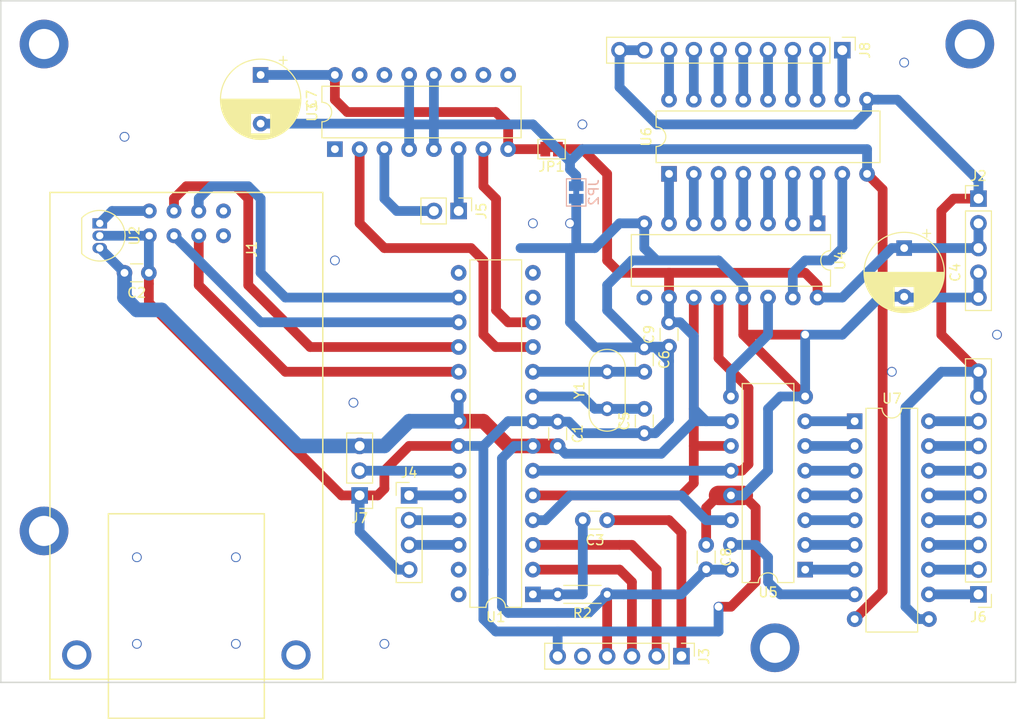
<source format=kicad_pcb>
(kicad_pcb (version 20171130) (host pcbnew 5.0.2-bee76a0~70~ubuntu16.04.1)

  (general
    (thickness 1.6)
    (drawings 4)
    (tracks 323)
    (zones 0)
    (modules 28)
    (nets 61)
  )

  (page A4)
  (layers
    (0 F.Cu signal)
    (31 B.Cu signal)
    (32 B.Adhes user)
    (33 F.Adhes user)
    (34 B.Paste user)
    (35 F.Paste user)
    (36 B.SilkS user)
    (37 F.SilkS user)
    (38 B.Mask user)
    (39 F.Mask user)
    (40 Dwgs.User user)
    (41 Cmts.User user)
    (42 Eco1.User user)
    (43 Eco2.User user)
    (44 Edge.Cuts user)
    (45 Margin user)
    (46 B.CrtYd user)
    (47 F.CrtYd user)
    (48 B.Fab user)
    (49 F.Fab user)
  )

  (setup
    (last_trace_width 1)
    (trace_clearance 0.3)
    (zone_clearance 1)
    (zone_45_only no)
    (trace_min 0.2)
    (segment_width 0.2)
    (edge_width 0.15)
    (via_size 0.8)
    (via_drill 0.4)
    (via_min_size 0.4)
    (via_min_drill 0.3)
    (uvia_size 0.3)
    (uvia_drill 0.1)
    (uvias_allowed no)
    (uvia_min_size 0.2)
    (uvia_min_drill 0.1)
    (pcb_text_width 0.3)
    (pcb_text_size 1.5 1.5)
    (mod_edge_width 0.15)
    (mod_text_size 1 1)
    (mod_text_width 0.15)
    (pad_size 1.524 1.524)
    (pad_drill 0.762)
    (pad_to_mask_clearance 0.051)
    (solder_mask_min_width 0.25)
    (aux_axis_origin 0 0)
    (visible_elements FFFFFF7F)
    (pcbplotparams
      (layerselection 0x010fc_ffffffff)
      (usegerberextensions false)
      (usegerberattributes false)
      (usegerberadvancedattributes false)
      (creategerberjobfile false)
      (excludeedgelayer true)
      (linewidth 0.100000)
      (plotframeref false)
      (viasonmask false)
      (mode 1)
      (useauxorigin false)
      (hpglpennumber 1)
      (hpglpenspeed 20)
      (hpglpendiameter 15.000000)
      (psnegative false)
      (psa4output false)
      (plotreference true)
      (plotvalue true)
      (plotinvisibletext false)
      (padsonsilk false)
      (subtractmaskfromsilk false)
      (outputformat 1)
      (mirror false)
      (drillshape 1)
      (scaleselection 1)
      (outputdirectory ""))
  )

  (net 0 "")
  (net 1 GNDD)
  (net 2 +5V)
  (net 3 RESET)
  (net 4 "Net-(C3-Pad2)")
  (net 5 "Net-(C5-Pad2)")
  (net 6 "Net-(C6-Pad2)")
  (net 7 VCC)
  (net 8 MOSI)
  (net 9 SCK)
  (net 10 SS)
  (net 11 MISO)
  (net 12 /3v3)
  (net 13 TX)
  (net 14 RX)
  (net 15 ENCODER_B)
  (net 16 ENCODER_A)
  (net 17 ENCODER_BUTTON)
  (net 18 "Net-(J5-Pad2)")
  (net 19 "Net-(J5-Pad1)")
  (net 20 +9V)
  (net 21 SERVO_SLIDER)
  (net 22 "Net-(J8-Pad1)")
  (net 23 "Net-(J8-Pad2)")
  (net 24 "Net-(J8-Pad3)")
  (net 25 "Net-(J8-Pad4)")
  (net 26 "Net-(J8-Pad5)")
  (net 27 "Net-(J8-Pad6)")
  (net 28 "Net-(J8-Pad7)")
  (net 29 "Net-(J8-Pad8)")
  (net 30 SRDATA)
  (net 31 SRCLOCK)
  (net 32 SRLATCH)
  (net 33 MOTOR_1)
  (net 34 MOTOR_2)
  (net 35 "Net-(U4-Pad1)")
  (net 36 "Net-(U4-Pad2)")
  (net 37 "Net-(U4-Pad3)")
  (net 38 "Net-(U4-Pad4)")
  (net 39 "Net-(U4-Pad5)")
  (net 40 "Net-(U4-Pad6)")
  (net 41 "Net-(U4-Pad7)")
  (net 42 "Net-(U4-Pad15)")
  (net 43 "Net-(U5-Pad15)")
  (net 44 "Net-(U5-Pad7)")
  (net 45 "Net-(U5-Pad6)")
  (net 46 "Net-(U5-Pad5)")
  (net 47 "Net-(U5-Pad4)")
  (net 48 "Net-(U5-Pad3)")
  (net 49 "Net-(U5-Pad2)")
  (net 50 "Net-(U5-Pad1)")
  (net 51 "Net-(J6-Pad8)")
  (net 52 "Net-(J6-Pad7)")
  (net 53 "Net-(J6-Pad6)")
  (net 54 "Net-(J6-Pad5)")
  (net 55 "Net-(J6-Pad4)")
  (net 56 "Net-(J6-Pad3)")
  (net 57 "Net-(J6-Pad2)")
  (net 58 "Net-(J6-Pad1)")
  (net 59 GNDPWR)
  (net 60 "Net-(U4-Pad14)")

  (net_class Default "This is the default net class."
    (clearance 0.3)
    (trace_width 1)
    (via_dia 0.8)
    (via_drill 0.4)
    (uvia_dia 0.3)
    (uvia_drill 0.1)
    (add_net +5V)
    (add_net +9V)
    (add_net /3v3)
    (add_net ENCODER_A)
    (add_net ENCODER_B)
    (add_net ENCODER_BUTTON)
    (add_net GNDD)
    (add_net GNDPWR)
    (add_net MISO)
    (add_net MOSI)
    (add_net MOTOR_1)
    (add_net MOTOR_2)
    (add_net "Net-(C3-Pad2)")
    (add_net "Net-(C5-Pad2)")
    (add_net "Net-(C6-Pad2)")
    (add_net "Net-(J5-Pad1)")
    (add_net "Net-(J5-Pad2)")
    (add_net "Net-(J6-Pad1)")
    (add_net "Net-(J6-Pad2)")
    (add_net "Net-(J6-Pad3)")
    (add_net "Net-(J6-Pad4)")
    (add_net "Net-(J6-Pad5)")
    (add_net "Net-(J6-Pad6)")
    (add_net "Net-(J6-Pad7)")
    (add_net "Net-(J6-Pad8)")
    (add_net "Net-(J8-Pad1)")
    (add_net "Net-(J8-Pad2)")
    (add_net "Net-(J8-Pad3)")
    (add_net "Net-(J8-Pad4)")
    (add_net "Net-(J8-Pad5)")
    (add_net "Net-(J8-Pad6)")
    (add_net "Net-(J8-Pad7)")
    (add_net "Net-(J8-Pad8)")
    (add_net "Net-(U4-Pad1)")
    (add_net "Net-(U4-Pad14)")
    (add_net "Net-(U4-Pad15)")
    (add_net "Net-(U4-Pad2)")
    (add_net "Net-(U4-Pad3)")
    (add_net "Net-(U4-Pad4)")
    (add_net "Net-(U4-Pad5)")
    (add_net "Net-(U4-Pad6)")
    (add_net "Net-(U4-Pad7)")
    (add_net "Net-(U5-Pad1)")
    (add_net "Net-(U5-Pad15)")
    (add_net "Net-(U5-Pad2)")
    (add_net "Net-(U5-Pad3)")
    (add_net "Net-(U5-Pad4)")
    (add_net "Net-(U5-Pad5)")
    (add_net "Net-(U5-Pad6)")
    (add_net "Net-(U5-Pad7)")
    (add_net RESET)
    (add_net RX)
    (add_net SCK)
    (add_net SERVO_SLIDER)
    (add_net SRCLOCK)
    (add_net SRDATA)
    (add_net SRLATCH)
    (add_net SS)
    (add_net TX)
    (add_net VCC)
  )

  (module Capacitor_THT:C_Disc_D3.0mm_W1.6mm_P2.50mm (layer F.Cu) (tedit 5AE50EF0) (tstamp 5CD1AC21)
    (at 69.85 55.92 270)
    (descr "C, Disc series, Radial, pin pitch=2.50mm, , diameter*width=3.0*1.6mm^2, Capacitor, http://www.vishay.com/docs/45233/krseries.pdf")
    (tags "C Disc series Radial pin pitch 2.50mm  diameter 3.0mm width 1.6mm Capacitor")
    (path /5CD25D56)
    (fp_text reference C1 (at 1.25 -2.05 270) (layer F.SilkS)
      (effects (font (size 1 1) (thickness 0.15)))
    )
    (fp_text value 100nF (at 1.25 2.05 270) (layer F.Fab)
      (effects (font (size 1 1) (thickness 0.15)))
    )
    (fp_line (start -0.25 -0.8) (end -0.25 0.8) (layer F.Fab) (width 0.1))
    (fp_line (start -0.25 0.8) (end 2.75 0.8) (layer F.Fab) (width 0.1))
    (fp_line (start 2.75 0.8) (end 2.75 -0.8) (layer F.Fab) (width 0.1))
    (fp_line (start 2.75 -0.8) (end -0.25 -0.8) (layer F.Fab) (width 0.1))
    (fp_line (start 0.621 -0.92) (end 1.879 -0.92) (layer F.SilkS) (width 0.12))
    (fp_line (start 0.621 0.92) (end 1.879 0.92) (layer F.SilkS) (width 0.12))
    (fp_line (start -1.05 -1.05) (end -1.05 1.05) (layer F.CrtYd) (width 0.05))
    (fp_line (start -1.05 1.05) (end 3.55 1.05) (layer F.CrtYd) (width 0.05))
    (fp_line (start 3.55 1.05) (end 3.55 -1.05) (layer F.CrtYd) (width 0.05))
    (fp_line (start 3.55 -1.05) (end -1.05 -1.05) (layer F.CrtYd) (width 0.05))
    (fp_text user %R (at 1.25 0 270) (layer F.Fab)
      (effects (font (size 0.6 0.6) (thickness 0.09)))
    )
    (pad 1 thru_hole circle (at 0 0 270) (size 1.6 1.6) (drill 0.8) (layers *.Cu *.Mask)
      (net 1 GNDD))
    (pad 2 thru_hole circle (at 2.5 0 270) (size 1.6 1.6) (drill 0.8) (layers *.Cu *.Mask)
      (net 2 +5V))
    (model ${KISYS3DMOD}/Capacitor_THT.3dshapes/C_Disc_D3.0mm_W1.6mm_P2.50mm.wrl
      (at (xyz 0 0 0))
      (scale (xyz 1 1 1))
      (rotate (xyz 0 0 0))
    )
  )

  (module Capacitor_THT:C_Disc_D3.0mm_W1.6mm_P2.50mm (layer F.Cu) (tedit 5AE50EF0) (tstamp 5CE3F180)
    (at 27.9 40.64 180)
    (descr "C, Disc series, Radial, pin pitch=2.50mm, , diameter*width=3.0*1.6mm^2, Capacitor, http://www.vishay.com/docs/45233/krseries.pdf")
    (tags "C Disc series Radial pin pitch 2.50mm  diameter 3.0mm width 1.6mm Capacitor")
    (path /5CD91735)
    (fp_text reference C2 (at 1.25 -2.05 180) (layer F.SilkS)
      (effects (font (size 1 1) (thickness 0.15)))
    )
    (fp_text value 100nF (at 1.25 2.05 180) (layer F.Fab)
      (effects (font (size 1 1) (thickness 0.15)))
    )
    (fp_text user %R (at 1.25 0 180) (layer F.Fab)
      (effects (font (size 0.6 0.6) (thickness 0.09)))
    )
    (fp_line (start 3.55 -1.05) (end -1.05 -1.05) (layer F.CrtYd) (width 0.05))
    (fp_line (start 3.55 1.05) (end 3.55 -1.05) (layer F.CrtYd) (width 0.05))
    (fp_line (start -1.05 1.05) (end 3.55 1.05) (layer F.CrtYd) (width 0.05))
    (fp_line (start -1.05 -1.05) (end -1.05 1.05) (layer F.CrtYd) (width 0.05))
    (fp_line (start 0.621 0.92) (end 1.879 0.92) (layer F.SilkS) (width 0.12))
    (fp_line (start 0.621 -0.92) (end 1.879 -0.92) (layer F.SilkS) (width 0.12))
    (fp_line (start 2.75 -0.8) (end -0.25 -0.8) (layer F.Fab) (width 0.1))
    (fp_line (start 2.75 0.8) (end 2.75 -0.8) (layer F.Fab) (width 0.1))
    (fp_line (start -0.25 0.8) (end 2.75 0.8) (layer F.Fab) (width 0.1))
    (fp_line (start -0.25 -0.8) (end -0.25 0.8) (layer F.Fab) (width 0.1))
    (pad 2 thru_hole circle (at 2.5 0 180) (size 1.6 1.6) (drill 0.8) (layers *.Cu *.Mask)
      (net 2 +5V))
    (pad 1 thru_hole circle (at 0 0 180) (size 1.6 1.6) (drill 0.8) (layers *.Cu *.Mask)
      (net 1 GNDD))
    (model ${KISYS3DMOD}/Capacitor_THT.3dshapes/C_Disc_D3.0mm_W1.6mm_P2.50mm.wrl
      (at (xyz 0 0 0))
      (scale (xyz 1 1 1))
      (rotate (xyz 0 0 0))
    )
  )

  (module Capacitor_THT:C_Disc_D3.0mm_W1.6mm_P2.50mm (layer F.Cu) (tedit 5AE50EF0) (tstamp 5CD1DAF4)
    (at 74.93 66.04 180)
    (descr "C, Disc series, Radial, pin pitch=2.50mm, , diameter*width=3.0*1.6mm^2, Capacitor, http://www.vishay.com/docs/45233/krseries.pdf")
    (tags "C Disc series Radial pin pitch 2.50mm  diameter 3.0mm width 1.6mm Capacitor")
    (path /5CD3F935)
    (fp_text reference C3 (at 1.25 -2.05 180) (layer F.SilkS)
      (effects (font (size 1 1) (thickness 0.15)))
    )
    (fp_text value 100nF (at 1.25 2.05 180) (layer F.Fab)
      (effects (font (size 1 1) (thickness 0.15)))
    )
    (fp_line (start -0.25 -0.8) (end -0.25 0.8) (layer F.Fab) (width 0.1))
    (fp_line (start -0.25 0.8) (end 2.75 0.8) (layer F.Fab) (width 0.1))
    (fp_line (start 2.75 0.8) (end 2.75 -0.8) (layer F.Fab) (width 0.1))
    (fp_line (start 2.75 -0.8) (end -0.25 -0.8) (layer F.Fab) (width 0.1))
    (fp_line (start 0.621 -0.92) (end 1.879 -0.92) (layer F.SilkS) (width 0.12))
    (fp_line (start 0.621 0.92) (end 1.879 0.92) (layer F.SilkS) (width 0.12))
    (fp_line (start -1.05 -1.05) (end -1.05 1.05) (layer F.CrtYd) (width 0.05))
    (fp_line (start -1.05 1.05) (end 3.55 1.05) (layer F.CrtYd) (width 0.05))
    (fp_line (start 3.55 1.05) (end 3.55 -1.05) (layer F.CrtYd) (width 0.05))
    (fp_line (start 3.55 -1.05) (end -1.05 -1.05) (layer F.CrtYd) (width 0.05))
    (fp_text user %R (at 1.25 0 180) (layer F.Fab)
      (effects (font (size 0.6 0.6) (thickness 0.09)))
    )
    (pad 1 thru_hole circle (at 0 0 180) (size 1.6 1.6) (drill 0.8) (layers *.Cu *.Mask)
      (net 3 RESET))
    (pad 2 thru_hole circle (at 2.5 0 180) (size 1.6 1.6) (drill 0.8) (layers *.Cu *.Mask)
      (net 4 "Net-(C3-Pad2)"))
    (model ${KISYS3DMOD}/Capacitor_THT.3dshapes/C_Disc_D3.0mm_W1.6mm_P2.50mm.wrl
      (at (xyz 0 0 0))
      (scale (xyz 1 1 1))
      (rotate (xyz 0 0 0))
    )
  )

  (module Capacitor_THT:CP_Radial_D8.0mm_P5.00mm (layer F.Cu) (tedit 5AE50EF0) (tstamp 5CE40C28)
    (at 105.41 38.1 270)
    (descr "CP, Radial series, Radial, pin pitch=5.00mm, , diameter=8mm, Electrolytic Capacitor")
    (tags "CP Radial series Radial pin pitch 5.00mm  diameter 8mm Electrolytic Capacitor")
    (path /5CD3C177)
    (fp_text reference C4 (at 2.5 -5.25 270) (layer F.SilkS)
      (effects (font (size 1 1) (thickness 0.15)))
    )
    (fp_text value 100uF (at 2.5 5.25 270) (layer F.Fab)
      (effects (font (size 1 1) (thickness 0.15)))
    )
    (fp_circle (center 2.5 0) (end 6.5 0) (layer F.Fab) (width 0.1))
    (fp_circle (center 2.5 0) (end 6.62 0) (layer F.SilkS) (width 0.12))
    (fp_circle (center 2.5 0) (end 6.75 0) (layer F.CrtYd) (width 0.05))
    (fp_line (start -0.926759 -1.7475) (end -0.126759 -1.7475) (layer F.Fab) (width 0.1))
    (fp_line (start -0.526759 -2.1475) (end -0.526759 -1.3475) (layer F.Fab) (width 0.1))
    (fp_line (start 2.5 -4.08) (end 2.5 4.08) (layer F.SilkS) (width 0.12))
    (fp_line (start 2.54 -4.08) (end 2.54 4.08) (layer F.SilkS) (width 0.12))
    (fp_line (start 2.58 -4.08) (end 2.58 4.08) (layer F.SilkS) (width 0.12))
    (fp_line (start 2.62 -4.079) (end 2.62 4.079) (layer F.SilkS) (width 0.12))
    (fp_line (start 2.66 -4.077) (end 2.66 4.077) (layer F.SilkS) (width 0.12))
    (fp_line (start 2.7 -4.076) (end 2.7 4.076) (layer F.SilkS) (width 0.12))
    (fp_line (start 2.74 -4.074) (end 2.74 4.074) (layer F.SilkS) (width 0.12))
    (fp_line (start 2.78 -4.071) (end 2.78 4.071) (layer F.SilkS) (width 0.12))
    (fp_line (start 2.82 -4.068) (end 2.82 4.068) (layer F.SilkS) (width 0.12))
    (fp_line (start 2.86 -4.065) (end 2.86 4.065) (layer F.SilkS) (width 0.12))
    (fp_line (start 2.9 -4.061) (end 2.9 4.061) (layer F.SilkS) (width 0.12))
    (fp_line (start 2.94 -4.057) (end 2.94 4.057) (layer F.SilkS) (width 0.12))
    (fp_line (start 2.98 -4.052) (end 2.98 4.052) (layer F.SilkS) (width 0.12))
    (fp_line (start 3.02 -4.048) (end 3.02 4.048) (layer F.SilkS) (width 0.12))
    (fp_line (start 3.06 -4.042) (end 3.06 4.042) (layer F.SilkS) (width 0.12))
    (fp_line (start 3.1 -4.037) (end 3.1 4.037) (layer F.SilkS) (width 0.12))
    (fp_line (start 3.14 -4.03) (end 3.14 4.03) (layer F.SilkS) (width 0.12))
    (fp_line (start 3.18 -4.024) (end 3.18 4.024) (layer F.SilkS) (width 0.12))
    (fp_line (start 3.221 -4.017) (end 3.221 4.017) (layer F.SilkS) (width 0.12))
    (fp_line (start 3.261 -4.01) (end 3.261 4.01) (layer F.SilkS) (width 0.12))
    (fp_line (start 3.301 -4.002) (end 3.301 4.002) (layer F.SilkS) (width 0.12))
    (fp_line (start 3.341 -3.994) (end 3.341 3.994) (layer F.SilkS) (width 0.12))
    (fp_line (start 3.381 -3.985) (end 3.381 3.985) (layer F.SilkS) (width 0.12))
    (fp_line (start 3.421 -3.976) (end 3.421 3.976) (layer F.SilkS) (width 0.12))
    (fp_line (start 3.461 -3.967) (end 3.461 3.967) (layer F.SilkS) (width 0.12))
    (fp_line (start 3.501 -3.957) (end 3.501 3.957) (layer F.SilkS) (width 0.12))
    (fp_line (start 3.541 -3.947) (end 3.541 3.947) (layer F.SilkS) (width 0.12))
    (fp_line (start 3.581 -3.936) (end 3.581 3.936) (layer F.SilkS) (width 0.12))
    (fp_line (start 3.621 -3.925) (end 3.621 3.925) (layer F.SilkS) (width 0.12))
    (fp_line (start 3.661 -3.914) (end 3.661 3.914) (layer F.SilkS) (width 0.12))
    (fp_line (start 3.701 -3.902) (end 3.701 3.902) (layer F.SilkS) (width 0.12))
    (fp_line (start 3.741 -3.889) (end 3.741 3.889) (layer F.SilkS) (width 0.12))
    (fp_line (start 3.781 -3.877) (end 3.781 3.877) (layer F.SilkS) (width 0.12))
    (fp_line (start 3.821 -3.863) (end 3.821 3.863) (layer F.SilkS) (width 0.12))
    (fp_line (start 3.861 -3.85) (end 3.861 3.85) (layer F.SilkS) (width 0.12))
    (fp_line (start 3.901 -3.835) (end 3.901 3.835) (layer F.SilkS) (width 0.12))
    (fp_line (start 3.941 -3.821) (end 3.941 3.821) (layer F.SilkS) (width 0.12))
    (fp_line (start 3.981 -3.805) (end 3.981 -1.04) (layer F.SilkS) (width 0.12))
    (fp_line (start 3.981 1.04) (end 3.981 3.805) (layer F.SilkS) (width 0.12))
    (fp_line (start 4.021 -3.79) (end 4.021 -1.04) (layer F.SilkS) (width 0.12))
    (fp_line (start 4.021 1.04) (end 4.021 3.79) (layer F.SilkS) (width 0.12))
    (fp_line (start 4.061 -3.774) (end 4.061 -1.04) (layer F.SilkS) (width 0.12))
    (fp_line (start 4.061 1.04) (end 4.061 3.774) (layer F.SilkS) (width 0.12))
    (fp_line (start 4.101 -3.757) (end 4.101 -1.04) (layer F.SilkS) (width 0.12))
    (fp_line (start 4.101 1.04) (end 4.101 3.757) (layer F.SilkS) (width 0.12))
    (fp_line (start 4.141 -3.74) (end 4.141 -1.04) (layer F.SilkS) (width 0.12))
    (fp_line (start 4.141 1.04) (end 4.141 3.74) (layer F.SilkS) (width 0.12))
    (fp_line (start 4.181 -3.722) (end 4.181 -1.04) (layer F.SilkS) (width 0.12))
    (fp_line (start 4.181 1.04) (end 4.181 3.722) (layer F.SilkS) (width 0.12))
    (fp_line (start 4.221 -3.704) (end 4.221 -1.04) (layer F.SilkS) (width 0.12))
    (fp_line (start 4.221 1.04) (end 4.221 3.704) (layer F.SilkS) (width 0.12))
    (fp_line (start 4.261 -3.686) (end 4.261 -1.04) (layer F.SilkS) (width 0.12))
    (fp_line (start 4.261 1.04) (end 4.261 3.686) (layer F.SilkS) (width 0.12))
    (fp_line (start 4.301 -3.666) (end 4.301 -1.04) (layer F.SilkS) (width 0.12))
    (fp_line (start 4.301 1.04) (end 4.301 3.666) (layer F.SilkS) (width 0.12))
    (fp_line (start 4.341 -3.647) (end 4.341 -1.04) (layer F.SilkS) (width 0.12))
    (fp_line (start 4.341 1.04) (end 4.341 3.647) (layer F.SilkS) (width 0.12))
    (fp_line (start 4.381 -3.627) (end 4.381 -1.04) (layer F.SilkS) (width 0.12))
    (fp_line (start 4.381 1.04) (end 4.381 3.627) (layer F.SilkS) (width 0.12))
    (fp_line (start 4.421 -3.606) (end 4.421 -1.04) (layer F.SilkS) (width 0.12))
    (fp_line (start 4.421 1.04) (end 4.421 3.606) (layer F.SilkS) (width 0.12))
    (fp_line (start 4.461 -3.584) (end 4.461 -1.04) (layer F.SilkS) (width 0.12))
    (fp_line (start 4.461 1.04) (end 4.461 3.584) (layer F.SilkS) (width 0.12))
    (fp_line (start 4.501 -3.562) (end 4.501 -1.04) (layer F.SilkS) (width 0.12))
    (fp_line (start 4.501 1.04) (end 4.501 3.562) (layer F.SilkS) (width 0.12))
    (fp_line (start 4.541 -3.54) (end 4.541 -1.04) (layer F.SilkS) (width 0.12))
    (fp_line (start 4.541 1.04) (end 4.541 3.54) (layer F.SilkS) (width 0.12))
    (fp_line (start 4.581 -3.517) (end 4.581 -1.04) (layer F.SilkS) (width 0.12))
    (fp_line (start 4.581 1.04) (end 4.581 3.517) (layer F.SilkS) (width 0.12))
    (fp_line (start 4.621 -3.493) (end 4.621 -1.04) (layer F.SilkS) (width 0.12))
    (fp_line (start 4.621 1.04) (end 4.621 3.493) (layer F.SilkS) (width 0.12))
    (fp_line (start 4.661 -3.469) (end 4.661 -1.04) (layer F.SilkS) (width 0.12))
    (fp_line (start 4.661 1.04) (end 4.661 3.469) (layer F.SilkS) (width 0.12))
    (fp_line (start 4.701 -3.444) (end 4.701 -1.04) (layer F.SilkS) (width 0.12))
    (fp_line (start 4.701 1.04) (end 4.701 3.444) (layer F.SilkS) (width 0.12))
    (fp_line (start 4.741 -3.418) (end 4.741 -1.04) (layer F.SilkS) (width 0.12))
    (fp_line (start 4.741 1.04) (end 4.741 3.418) (layer F.SilkS) (width 0.12))
    (fp_line (start 4.781 -3.392) (end 4.781 -1.04) (layer F.SilkS) (width 0.12))
    (fp_line (start 4.781 1.04) (end 4.781 3.392) (layer F.SilkS) (width 0.12))
    (fp_line (start 4.821 -3.365) (end 4.821 -1.04) (layer F.SilkS) (width 0.12))
    (fp_line (start 4.821 1.04) (end 4.821 3.365) (layer F.SilkS) (width 0.12))
    (fp_line (start 4.861 -3.338) (end 4.861 -1.04) (layer F.SilkS) (width 0.12))
    (fp_line (start 4.861 1.04) (end 4.861 3.338) (layer F.SilkS) (width 0.12))
    (fp_line (start 4.901 -3.309) (end 4.901 -1.04) (layer F.SilkS) (width 0.12))
    (fp_line (start 4.901 1.04) (end 4.901 3.309) (layer F.SilkS) (width 0.12))
    (fp_line (start 4.941 -3.28) (end 4.941 -1.04) (layer F.SilkS) (width 0.12))
    (fp_line (start 4.941 1.04) (end 4.941 3.28) (layer F.SilkS) (width 0.12))
    (fp_line (start 4.981 -3.25) (end 4.981 -1.04) (layer F.SilkS) (width 0.12))
    (fp_line (start 4.981 1.04) (end 4.981 3.25) (layer F.SilkS) (width 0.12))
    (fp_line (start 5.021 -3.22) (end 5.021 -1.04) (layer F.SilkS) (width 0.12))
    (fp_line (start 5.021 1.04) (end 5.021 3.22) (layer F.SilkS) (width 0.12))
    (fp_line (start 5.061 -3.189) (end 5.061 -1.04) (layer F.SilkS) (width 0.12))
    (fp_line (start 5.061 1.04) (end 5.061 3.189) (layer F.SilkS) (width 0.12))
    (fp_line (start 5.101 -3.156) (end 5.101 -1.04) (layer F.SilkS) (width 0.12))
    (fp_line (start 5.101 1.04) (end 5.101 3.156) (layer F.SilkS) (width 0.12))
    (fp_line (start 5.141 -3.124) (end 5.141 -1.04) (layer F.SilkS) (width 0.12))
    (fp_line (start 5.141 1.04) (end 5.141 3.124) (layer F.SilkS) (width 0.12))
    (fp_line (start 5.181 -3.09) (end 5.181 -1.04) (layer F.SilkS) (width 0.12))
    (fp_line (start 5.181 1.04) (end 5.181 3.09) (layer F.SilkS) (width 0.12))
    (fp_line (start 5.221 -3.055) (end 5.221 -1.04) (layer F.SilkS) (width 0.12))
    (fp_line (start 5.221 1.04) (end 5.221 3.055) (layer F.SilkS) (width 0.12))
    (fp_line (start 5.261 -3.019) (end 5.261 -1.04) (layer F.SilkS) (width 0.12))
    (fp_line (start 5.261 1.04) (end 5.261 3.019) (layer F.SilkS) (width 0.12))
    (fp_line (start 5.301 -2.983) (end 5.301 -1.04) (layer F.SilkS) (width 0.12))
    (fp_line (start 5.301 1.04) (end 5.301 2.983) (layer F.SilkS) (width 0.12))
    (fp_line (start 5.341 -2.945) (end 5.341 -1.04) (layer F.SilkS) (width 0.12))
    (fp_line (start 5.341 1.04) (end 5.341 2.945) (layer F.SilkS) (width 0.12))
    (fp_line (start 5.381 -2.907) (end 5.381 -1.04) (layer F.SilkS) (width 0.12))
    (fp_line (start 5.381 1.04) (end 5.381 2.907) (layer F.SilkS) (width 0.12))
    (fp_line (start 5.421 -2.867) (end 5.421 -1.04) (layer F.SilkS) (width 0.12))
    (fp_line (start 5.421 1.04) (end 5.421 2.867) (layer F.SilkS) (width 0.12))
    (fp_line (start 5.461 -2.826) (end 5.461 -1.04) (layer F.SilkS) (width 0.12))
    (fp_line (start 5.461 1.04) (end 5.461 2.826) (layer F.SilkS) (width 0.12))
    (fp_line (start 5.501 -2.784) (end 5.501 -1.04) (layer F.SilkS) (width 0.12))
    (fp_line (start 5.501 1.04) (end 5.501 2.784) (layer F.SilkS) (width 0.12))
    (fp_line (start 5.541 -2.741) (end 5.541 -1.04) (layer F.SilkS) (width 0.12))
    (fp_line (start 5.541 1.04) (end 5.541 2.741) (layer F.SilkS) (width 0.12))
    (fp_line (start 5.581 -2.697) (end 5.581 -1.04) (layer F.SilkS) (width 0.12))
    (fp_line (start 5.581 1.04) (end 5.581 2.697) (layer F.SilkS) (width 0.12))
    (fp_line (start 5.621 -2.651) (end 5.621 -1.04) (layer F.SilkS) (width 0.12))
    (fp_line (start 5.621 1.04) (end 5.621 2.651) (layer F.SilkS) (width 0.12))
    (fp_line (start 5.661 -2.604) (end 5.661 -1.04) (layer F.SilkS) (width 0.12))
    (fp_line (start 5.661 1.04) (end 5.661 2.604) (layer F.SilkS) (width 0.12))
    (fp_line (start 5.701 -2.556) (end 5.701 -1.04) (layer F.SilkS) (width 0.12))
    (fp_line (start 5.701 1.04) (end 5.701 2.556) (layer F.SilkS) (width 0.12))
    (fp_line (start 5.741 -2.505) (end 5.741 -1.04) (layer F.SilkS) (width 0.12))
    (fp_line (start 5.741 1.04) (end 5.741 2.505) (layer F.SilkS) (width 0.12))
    (fp_line (start 5.781 -2.454) (end 5.781 -1.04) (layer F.SilkS) (width 0.12))
    (fp_line (start 5.781 1.04) (end 5.781 2.454) (layer F.SilkS) (width 0.12))
    (fp_line (start 5.821 -2.4) (end 5.821 -1.04) (layer F.SilkS) (width 0.12))
    (fp_line (start 5.821 1.04) (end 5.821 2.4) (layer F.SilkS) (width 0.12))
    (fp_line (start 5.861 -2.345) (end 5.861 -1.04) (layer F.SilkS) (width 0.12))
    (fp_line (start 5.861 1.04) (end 5.861 2.345) (layer F.SilkS) (width 0.12))
    (fp_line (start 5.901 -2.287) (end 5.901 -1.04) (layer F.SilkS) (width 0.12))
    (fp_line (start 5.901 1.04) (end 5.901 2.287) (layer F.SilkS) (width 0.12))
    (fp_line (start 5.941 -2.228) (end 5.941 -1.04) (layer F.SilkS) (width 0.12))
    (fp_line (start 5.941 1.04) (end 5.941 2.228) (layer F.SilkS) (width 0.12))
    (fp_line (start 5.981 -2.166) (end 5.981 -1.04) (layer F.SilkS) (width 0.12))
    (fp_line (start 5.981 1.04) (end 5.981 2.166) (layer F.SilkS) (width 0.12))
    (fp_line (start 6.021 -2.102) (end 6.021 -1.04) (layer F.SilkS) (width 0.12))
    (fp_line (start 6.021 1.04) (end 6.021 2.102) (layer F.SilkS) (width 0.12))
    (fp_line (start 6.061 -2.034) (end 6.061 2.034) (layer F.SilkS) (width 0.12))
    (fp_line (start 6.101 -1.964) (end 6.101 1.964) (layer F.SilkS) (width 0.12))
    (fp_line (start 6.141 -1.89) (end 6.141 1.89) (layer F.SilkS) (width 0.12))
    (fp_line (start 6.181 -1.813) (end 6.181 1.813) (layer F.SilkS) (width 0.12))
    (fp_line (start 6.221 -1.731) (end 6.221 1.731) (layer F.SilkS) (width 0.12))
    (fp_line (start 6.261 -1.645) (end 6.261 1.645) (layer F.SilkS) (width 0.12))
    (fp_line (start 6.301 -1.552) (end 6.301 1.552) (layer F.SilkS) (width 0.12))
    (fp_line (start 6.341 -1.453) (end 6.341 1.453) (layer F.SilkS) (width 0.12))
    (fp_line (start 6.381 -1.346) (end 6.381 1.346) (layer F.SilkS) (width 0.12))
    (fp_line (start 6.421 -1.229) (end 6.421 1.229) (layer F.SilkS) (width 0.12))
    (fp_line (start 6.461 -1.098) (end 6.461 1.098) (layer F.SilkS) (width 0.12))
    (fp_line (start 6.501 -0.948) (end 6.501 0.948) (layer F.SilkS) (width 0.12))
    (fp_line (start 6.541 -0.768) (end 6.541 0.768) (layer F.SilkS) (width 0.12))
    (fp_line (start 6.581 -0.533) (end 6.581 0.533) (layer F.SilkS) (width 0.12))
    (fp_line (start -1.909698 -2.315) (end -1.109698 -2.315) (layer F.SilkS) (width 0.12))
    (fp_line (start -1.509698 -2.715) (end -1.509698 -1.915) (layer F.SilkS) (width 0.12))
    (fp_text user %R (at 2.5 0 270) (layer F.Fab)
      (effects (font (size 1 1) (thickness 0.15)))
    )
    (pad 1 thru_hole rect (at 0 0 270) (size 1.6 1.6) (drill 0.8) (layers *.Cu *.Mask)
      (net 2 +5V))
    (pad 2 thru_hole circle (at 5 0 270) (size 1.6 1.6) (drill 0.8) (layers *.Cu *.Mask)
      (net 1 GNDD))
    (model ${KISYS3DMOD}/Capacitor_THT.3dshapes/CP_Radial_D8.0mm_P5.00mm.wrl
      (at (xyz 0 0 0))
      (scale (xyz 1 1 1))
      (rotate (xyz 0 0 0))
    )
  )

  (module Capacitor_THT:C_Disc_D3.0mm_W1.6mm_P2.50mm (layer F.Cu) (tedit 5AE50EF0) (tstamp 5CD1DE2A)
    (at 78.74 57.11 90)
    (descr "C, Disc series, Radial, pin pitch=2.50mm, , diameter*width=3.0*1.6mm^2, Capacitor, http://www.vishay.com/docs/45233/krseries.pdf")
    (tags "C Disc series Radial pin pitch 2.50mm  diameter 3.0mm width 1.6mm Capacitor")
    (path /5CD16AB1)
    (fp_text reference C5 (at 1.25 -2.05 90) (layer F.SilkS)
      (effects (font (size 1 1) (thickness 0.15)))
    )
    (fp_text value 22p (at 1.25 2.05 90) (layer F.Fab)
      (effects (font (size 1 1) (thickness 0.15)))
    )
    (fp_line (start -0.25 -0.8) (end -0.25 0.8) (layer F.Fab) (width 0.1))
    (fp_line (start -0.25 0.8) (end 2.75 0.8) (layer F.Fab) (width 0.1))
    (fp_line (start 2.75 0.8) (end 2.75 -0.8) (layer F.Fab) (width 0.1))
    (fp_line (start 2.75 -0.8) (end -0.25 -0.8) (layer F.Fab) (width 0.1))
    (fp_line (start 0.621 -0.92) (end 1.879 -0.92) (layer F.SilkS) (width 0.12))
    (fp_line (start 0.621 0.92) (end 1.879 0.92) (layer F.SilkS) (width 0.12))
    (fp_line (start -1.05 -1.05) (end -1.05 1.05) (layer F.CrtYd) (width 0.05))
    (fp_line (start -1.05 1.05) (end 3.55 1.05) (layer F.CrtYd) (width 0.05))
    (fp_line (start 3.55 1.05) (end 3.55 -1.05) (layer F.CrtYd) (width 0.05))
    (fp_line (start 3.55 -1.05) (end -1.05 -1.05) (layer F.CrtYd) (width 0.05))
    (fp_text user %R (at 1.25 0 90) (layer F.Fab)
      (effects (font (size 0.6 0.6) (thickness 0.09)))
    )
    (pad 1 thru_hole circle (at 0 0 90) (size 1.6 1.6) (drill 0.8) (layers *.Cu *.Mask)
      (net 1 GNDD))
    (pad 2 thru_hole circle (at 2.5 0 90) (size 1.6 1.6) (drill 0.8) (layers *.Cu *.Mask)
      (net 5 "Net-(C5-Pad2)"))
    (model ${KISYS3DMOD}/Capacitor_THT.3dshapes/C_Disc_D3.0mm_W1.6mm_P2.50mm.wrl
      (at (xyz 0 0 0))
      (scale (xyz 1 1 1))
      (rotate (xyz 0 0 0))
    )
  )

  (module Capacitor_THT:C_Disc_D3.0mm_W1.6mm_P2.50mm (layer F.Cu) (tedit 5AE50EF0) (tstamp 5CD1AD0E)
    (at 78.74 48.3 270)
    (descr "C, Disc series, Radial, pin pitch=2.50mm, , diameter*width=3.0*1.6mm^2, Capacitor, http://www.vishay.com/docs/45233/krseries.pdf")
    (tags "C Disc series Radial pin pitch 2.50mm  diameter 3.0mm width 1.6mm Capacitor")
    (path /5CD16B2E)
    (fp_text reference C6 (at 1.25 -2.05 270) (layer F.SilkS)
      (effects (font (size 1 1) (thickness 0.15)))
    )
    (fp_text value 22p (at 1.25 2.05 270) (layer F.Fab)
      (effects (font (size 1 1) (thickness 0.15)))
    )
    (fp_text user %R (at 1.25 0 270) (layer F.Fab)
      (effects (font (size 0.6 0.6) (thickness 0.09)))
    )
    (fp_line (start 3.55 -1.05) (end -1.05 -1.05) (layer F.CrtYd) (width 0.05))
    (fp_line (start 3.55 1.05) (end 3.55 -1.05) (layer F.CrtYd) (width 0.05))
    (fp_line (start -1.05 1.05) (end 3.55 1.05) (layer F.CrtYd) (width 0.05))
    (fp_line (start -1.05 -1.05) (end -1.05 1.05) (layer F.CrtYd) (width 0.05))
    (fp_line (start 0.621 0.92) (end 1.879 0.92) (layer F.SilkS) (width 0.12))
    (fp_line (start 0.621 -0.92) (end 1.879 -0.92) (layer F.SilkS) (width 0.12))
    (fp_line (start 2.75 -0.8) (end -0.25 -0.8) (layer F.Fab) (width 0.1))
    (fp_line (start 2.75 0.8) (end 2.75 -0.8) (layer F.Fab) (width 0.1))
    (fp_line (start -0.25 0.8) (end 2.75 0.8) (layer F.Fab) (width 0.1))
    (fp_line (start -0.25 -0.8) (end -0.25 0.8) (layer F.Fab) (width 0.1))
    (pad 2 thru_hole circle (at 2.5 0 270) (size 1.6 1.6) (drill 0.8) (layers *.Cu *.Mask)
      (net 6 "Net-(C6-Pad2)"))
    (pad 1 thru_hole circle (at 0 0 270) (size 1.6 1.6) (drill 0.8) (layers *.Cu *.Mask)
      (net 1 GNDD))
    (model ${KISYS3DMOD}/Capacitor_THT.3dshapes/C_Disc_D3.0mm_W1.6mm_P2.50mm.wrl
      (at (xyz 0 0 0))
      (scale (xyz 1 1 1))
      (rotate (xyz 0 0 0))
    )
  )

  (module Capacitor_THT:CP_Radial_D8.0mm_P5.00mm (layer F.Cu) (tedit 5AE50EF0) (tstamp 5CD1A962)
    (at 39.37 20.32 270)
    (descr "CP, Radial series, Radial, pin pitch=5.00mm, , diameter=8mm, Electrolytic Capacitor")
    (tags "CP Radial series Radial pin pitch 5.00mm  diameter 8mm Electrolytic Capacitor")
    (path /5CDA1999)
    (fp_text reference C7 (at 2.5 -5.25 270) (layer F.SilkS)
      (effects (font (size 1 1) (thickness 0.15)))
    )
    (fp_text value 470uF (at 2.5 5.25 270) (layer F.Fab)
      (effects (font (size 1 1) (thickness 0.15)))
    )
    (fp_text user %R (at 2.5 0 270) (layer F.Fab)
      (effects (font (size 1 1) (thickness 0.15)))
    )
    (fp_line (start -1.509698 -2.715) (end -1.509698 -1.915) (layer F.SilkS) (width 0.12))
    (fp_line (start -1.909698 -2.315) (end -1.109698 -2.315) (layer F.SilkS) (width 0.12))
    (fp_line (start 6.581 -0.533) (end 6.581 0.533) (layer F.SilkS) (width 0.12))
    (fp_line (start 6.541 -0.768) (end 6.541 0.768) (layer F.SilkS) (width 0.12))
    (fp_line (start 6.501 -0.948) (end 6.501 0.948) (layer F.SilkS) (width 0.12))
    (fp_line (start 6.461 -1.098) (end 6.461 1.098) (layer F.SilkS) (width 0.12))
    (fp_line (start 6.421 -1.229) (end 6.421 1.229) (layer F.SilkS) (width 0.12))
    (fp_line (start 6.381 -1.346) (end 6.381 1.346) (layer F.SilkS) (width 0.12))
    (fp_line (start 6.341 -1.453) (end 6.341 1.453) (layer F.SilkS) (width 0.12))
    (fp_line (start 6.301 -1.552) (end 6.301 1.552) (layer F.SilkS) (width 0.12))
    (fp_line (start 6.261 -1.645) (end 6.261 1.645) (layer F.SilkS) (width 0.12))
    (fp_line (start 6.221 -1.731) (end 6.221 1.731) (layer F.SilkS) (width 0.12))
    (fp_line (start 6.181 -1.813) (end 6.181 1.813) (layer F.SilkS) (width 0.12))
    (fp_line (start 6.141 -1.89) (end 6.141 1.89) (layer F.SilkS) (width 0.12))
    (fp_line (start 6.101 -1.964) (end 6.101 1.964) (layer F.SilkS) (width 0.12))
    (fp_line (start 6.061 -2.034) (end 6.061 2.034) (layer F.SilkS) (width 0.12))
    (fp_line (start 6.021 1.04) (end 6.021 2.102) (layer F.SilkS) (width 0.12))
    (fp_line (start 6.021 -2.102) (end 6.021 -1.04) (layer F.SilkS) (width 0.12))
    (fp_line (start 5.981 1.04) (end 5.981 2.166) (layer F.SilkS) (width 0.12))
    (fp_line (start 5.981 -2.166) (end 5.981 -1.04) (layer F.SilkS) (width 0.12))
    (fp_line (start 5.941 1.04) (end 5.941 2.228) (layer F.SilkS) (width 0.12))
    (fp_line (start 5.941 -2.228) (end 5.941 -1.04) (layer F.SilkS) (width 0.12))
    (fp_line (start 5.901 1.04) (end 5.901 2.287) (layer F.SilkS) (width 0.12))
    (fp_line (start 5.901 -2.287) (end 5.901 -1.04) (layer F.SilkS) (width 0.12))
    (fp_line (start 5.861 1.04) (end 5.861 2.345) (layer F.SilkS) (width 0.12))
    (fp_line (start 5.861 -2.345) (end 5.861 -1.04) (layer F.SilkS) (width 0.12))
    (fp_line (start 5.821 1.04) (end 5.821 2.4) (layer F.SilkS) (width 0.12))
    (fp_line (start 5.821 -2.4) (end 5.821 -1.04) (layer F.SilkS) (width 0.12))
    (fp_line (start 5.781 1.04) (end 5.781 2.454) (layer F.SilkS) (width 0.12))
    (fp_line (start 5.781 -2.454) (end 5.781 -1.04) (layer F.SilkS) (width 0.12))
    (fp_line (start 5.741 1.04) (end 5.741 2.505) (layer F.SilkS) (width 0.12))
    (fp_line (start 5.741 -2.505) (end 5.741 -1.04) (layer F.SilkS) (width 0.12))
    (fp_line (start 5.701 1.04) (end 5.701 2.556) (layer F.SilkS) (width 0.12))
    (fp_line (start 5.701 -2.556) (end 5.701 -1.04) (layer F.SilkS) (width 0.12))
    (fp_line (start 5.661 1.04) (end 5.661 2.604) (layer F.SilkS) (width 0.12))
    (fp_line (start 5.661 -2.604) (end 5.661 -1.04) (layer F.SilkS) (width 0.12))
    (fp_line (start 5.621 1.04) (end 5.621 2.651) (layer F.SilkS) (width 0.12))
    (fp_line (start 5.621 -2.651) (end 5.621 -1.04) (layer F.SilkS) (width 0.12))
    (fp_line (start 5.581 1.04) (end 5.581 2.697) (layer F.SilkS) (width 0.12))
    (fp_line (start 5.581 -2.697) (end 5.581 -1.04) (layer F.SilkS) (width 0.12))
    (fp_line (start 5.541 1.04) (end 5.541 2.741) (layer F.SilkS) (width 0.12))
    (fp_line (start 5.541 -2.741) (end 5.541 -1.04) (layer F.SilkS) (width 0.12))
    (fp_line (start 5.501 1.04) (end 5.501 2.784) (layer F.SilkS) (width 0.12))
    (fp_line (start 5.501 -2.784) (end 5.501 -1.04) (layer F.SilkS) (width 0.12))
    (fp_line (start 5.461 1.04) (end 5.461 2.826) (layer F.SilkS) (width 0.12))
    (fp_line (start 5.461 -2.826) (end 5.461 -1.04) (layer F.SilkS) (width 0.12))
    (fp_line (start 5.421 1.04) (end 5.421 2.867) (layer F.SilkS) (width 0.12))
    (fp_line (start 5.421 -2.867) (end 5.421 -1.04) (layer F.SilkS) (width 0.12))
    (fp_line (start 5.381 1.04) (end 5.381 2.907) (layer F.SilkS) (width 0.12))
    (fp_line (start 5.381 -2.907) (end 5.381 -1.04) (layer F.SilkS) (width 0.12))
    (fp_line (start 5.341 1.04) (end 5.341 2.945) (layer F.SilkS) (width 0.12))
    (fp_line (start 5.341 -2.945) (end 5.341 -1.04) (layer F.SilkS) (width 0.12))
    (fp_line (start 5.301 1.04) (end 5.301 2.983) (layer F.SilkS) (width 0.12))
    (fp_line (start 5.301 -2.983) (end 5.301 -1.04) (layer F.SilkS) (width 0.12))
    (fp_line (start 5.261 1.04) (end 5.261 3.019) (layer F.SilkS) (width 0.12))
    (fp_line (start 5.261 -3.019) (end 5.261 -1.04) (layer F.SilkS) (width 0.12))
    (fp_line (start 5.221 1.04) (end 5.221 3.055) (layer F.SilkS) (width 0.12))
    (fp_line (start 5.221 -3.055) (end 5.221 -1.04) (layer F.SilkS) (width 0.12))
    (fp_line (start 5.181 1.04) (end 5.181 3.09) (layer F.SilkS) (width 0.12))
    (fp_line (start 5.181 -3.09) (end 5.181 -1.04) (layer F.SilkS) (width 0.12))
    (fp_line (start 5.141 1.04) (end 5.141 3.124) (layer F.SilkS) (width 0.12))
    (fp_line (start 5.141 -3.124) (end 5.141 -1.04) (layer F.SilkS) (width 0.12))
    (fp_line (start 5.101 1.04) (end 5.101 3.156) (layer F.SilkS) (width 0.12))
    (fp_line (start 5.101 -3.156) (end 5.101 -1.04) (layer F.SilkS) (width 0.12))
    (fp_line (start 5.061 1.04) (end 5.061 3.189) (layer F.SilkS) (width 0.12))
    (fp_line (start 5.061 -3.189) (end 5.061 -1.04) (layer F.SilkS) (width 0.12))
    (fp_line (start 5.021 1.04) (end 5.021 3.22) (layer F.SilkS) (width 0.12))
    (fp_line (start 5.021 -3.22) (end 5.021 -1.04) (layer F.SilkS) (width 0.12))
    (fp_line (start 4.981 1.04) (end 4.981 3.25) (layer F.SilkS) (width 0.12))
    (fp_line (start 4.981 -3.25) (end 4.981 -1.04) (layer F.SilkS) (width 0.12))
    (fp_line (start 4.941 1.04) (end 4.941 3.28) (layer F.SilkS) (width 0.12))
    (fp_line (start 4.941 -3.28) (end 4.941 -1.04) (layer F.SilkS) (width 0.12))
    (fp_line (start 4.901 1.04) (end 4.901 3.309) (layer F.SilkS) (width 0.12))
    (fp_line (start 4.901 -3.309) (end 4.901 -1.04) (layer F.SilkS) (width 0.12))
    (fp_line (start 4.861 1.04) (end 4.861 3.338) (layer F.SilkS) (width 0.12))
    (fp_line (start 4.861 -3.338) (end 4.861 -1.04) (layer F.SilkS) (width 0.12))
    (fp_line (start 4.821 1.04) (end 4.821 3.365) (layer F.SilkS) (width 0.12))
    (fp_line (start 4.821 -3.365) (end 4.821 -1.04) (layer F.SilkS) (width 0.12))
    (fp_line (start 4.781 1.04) (end 4.781 3.392) (layer F.SilkS) (width 0.12))
    (fp_line (start 4.781 -3.392) (end 4.781 -1.04) (layer F.SilkS) (width 0.12))
    (fp_line (start 4.741 1.04) (end 4.741 3.418) (layer F.SilkS) (width 0.12))
    (fp_line (start 4.741 -3.418) (end 4.741 -1.04) (layer F.SilkS) (width 0.12))
    (fp_line (start 4.701 1.04) (end 4.701 3.444) (layer F.SilkS) (width 0.12))
    (fp_line (start 4.701 -3.444) (end 4.701 -1.04) (layer F.SilkS) (width 0.12))
    (fp_line (start 4.661 1.04) (end 4.661 3.469) (layer F.SilkS) (width 0.12))
    (fp_line (start 4.661 -3.469) (end 4.661 -1.04) (layer F.SilkS) (width 0.12))
    (fp_line (start 4.621 1.04) (end 4.621 3.493) (layer F.SilkS) (width 0.12))
    (fp_line (start 4.621 -3.493) (end 4.621 -1.04) (layer F.SilkS) (width 0.12))
    (fp_line (start 4.581 1.04) (end 4.581 3.517) (layer F.SilkS) (width 0.12))
    (fp_line (start 4.581 -3.517) (end 4.581 -1.04) (layer F.SilkS) (width 0.12))
    (fp_line (start 4.541 1.04) (end 4.541 3.54) (layer F.SilkS) (width 0.12))
    (fp_line (start 4.541 -3.54) (end 4.541 -1.04) (layer F.SilkS) (width 0.12))
    (fp_line (start 4.501 1.04) (end 4.501 3.562) (layer F.SilkS) (width 0.12))
    (fp_line (start 4.501 -3.562) (end 4.501 -1.04) (layer F.SilkS) (width 0.12))
    (fp_line (start 4.461 1.04) (end 4.461 3.584) (layer F.SilkS) (width 0.12))
    (fp_line (start 4.461 -3.584) (end 4.461 -1.04) (layer F.SilkS) (width 0.12))
    (fp_line (start 4.421 1.04) (end 4.421 3.606) (layer F.SilkS) (width 0.12))
    (fp_line (start 4.421 -3.606) (end 4.421 -1.04) (layer F.SilkS) (width 0.12))
    (fp_line (start 4.381 1.04) (end 4.381 3.627) (layer F.SilkS) (width 0.12))
    (fp_line (start 4.381 -3.627) (end 4.381 -1.04) (layer F.SilkS) (width 0.12))
    (fp_line (start 4.341 1.04) (end 4.341 3.647) (layer F.SilkS) (width 0.12))
    (fp_line (start 4.341 -3.647) (end 4.341 -1.04) (layer F.SilkS) (width 0.12))
    (fp_line (start 4.301 1.04) (end 4.301 3.666) (layer F.SilkS) (width 0.12))
    (fp_line (start 4.301 -3.666) (end 4.301 -1.04) (layer F.SilkS) (width 0.12))
    (fp_line (start 4.261 1.04) (end 4.261 3.686) (layer F.SilkS) (width 0.12))
    (fp_line (start 4.261 -3.686) (end 4.261 -1.04) (layer F.SilkS) (width 0.12))
    (fp_line (start 4.221 1.04) (end 4.221 3.704) (layer F.SilkS) (width 0.12))
    (fp_line (start 4.221 -3.704) (end 4.221 -1.04) (layer F.SilkS) (width 0.12))
    (fp_line (start 4.181 1.04) (end 4.181 3.722) (layer F.SilkS) (width 0.12))
    (fp_line (start 4.181 -3.722) (end 4.181 -1.04) (layer F.SilkS) (width 0.12))
    (fp_line (start 4.141 1.04) (end 4.141 3.74) (layer F.SilkS) (width 0.12))
    (fp_line (start 4.141 -3.74) (end 4.141 -1.04) (layer F.SilkS) (width 0.12))
    (fp_line (start 4.101 1.04) (end 4.101 3.757) (layer F.SilkS) (width 0.12))
    (fp_line (start 4.101 -3.757) (end 4.101 -1.04) (layer F.SilkS) (width 0.12))
    (fp_line (start 4.061 1.04) (end 4.061 3.774) (layer F.SilkS) (width 0.12))
    (fp_line (start 4.061 -3.774) (end 4.061 -1.04) (layer F.SilkS) (width 0.12))
    (fp_line (start 4.021 1.04) (end 4.021 3.79) (layer F.SilkS) (width 0.12))
    (fp_line (start 4.021 -3.79) (end 4.021 -1.04) (layer F.SilkS) (width 0.12))
    (fp_line (start 3.981 1.04) (end 3.981 3.805) (layer F.SilkS) (width 0.12))
    (fp_line (start 3.981 -3.805) (end 3.981 -1.04) (layer F.SilkS) (width 0.12))
    (fp_line (start 3.941 -3.821) (end 3.941 3.821) (layer F.SilkS) (width 0.12))
    (fp_line (start 3.901 -3.835) (end 3.901 3.835) (layer F.SilkS) (width 0.12))
    (fp_line (start 3.861 -3.85) (end 3.861 3.85) (layer F.SilkS) (width 0.12))
    (fp_line (start 3.821 -3.863) (end 3.821 3.863) (layer F.SilkS) (width 0.12))
    (fp_line (start 3.781 -3.877) (end 3.781 3.877) (layer F.SilkS) (width 0.12))
    (fp_line (start 3.741 -3.889) (end 3.741 3.889) (layer F.SilkS) (width 0.12))
    (fp_line (start 3.701 -3.902) (end 3.701 3.902) (layer F.SilkS) (width 0.12))
    (fp_line (start 3.661 -3.914) (end 3.661 3.914) (layer F.SilkS) (width 0.12))
    (fp_line (start 3.621 -3.925) (end 3.621 3.925) (layer F.SilkS) (width 0.12))
    (fp_line (start 3.581 -3.936) (end 3.581 3.936) (layer F.SilkS) (width 0.12))
    (fp_line (start 3.541 -3.947) (end 3.541 3.947) (layer F.SilkS) (width 0.12))
    (fp_line (start 3.501 -3.957) (end 3.501 3.957) (layer F.SilkS) (width 0.12))
    (fp_line (start 3.461 -3.967) (end 3.461 3.967) (layer F.SilkS) (width 0.12))
    (fp_line (start 3.421 -3.976) (end 3.421 3.976) (layer F.SilkS) (width 0.12))
    (fp_line (start 3.381 -3.985) (end 3.381 3.985) (layer F.SilkS) (width 0.12))
    (fp_line (start 3.341 -3.994) (end 3.341 3.994) (layer F.SilkS) (width 0.12))
    (fp_line (start 3.301 -4.002) (end 3.301 4.002) (layer F.SilkS) (width 0.12))
    (fp_line (start 3.261 -4.01) (end 3.261 4.01) (layer F.SilkS) (width 0.12))
    (fp_line (start 3.221 -4.017) (end 3.221 4.017) (layer F.SilkS) (width 0.12))
    (fp_line (start 3.18 -4.024) (end 3.18 4.024) (layer F.SilkS) (width 0.12))
    (fp_line (start 3.14 -4.03) (end 3.14 4.03) (layer F.SilkS) (width 0.12))
    (fp_line (start 3.1 -4.037) (end 3.1 4.037) (layer F.SilkS) (width 0.12))
    (fp_line (start 3.06 -4.042) (end 3.06 4.042) (layer F.SilkS) (width 0.12))
    (fp_line (start 3.02 -4.048) (end 3.02 4.048) (layer F.SilkS) (width 0.12))
    (fp_line (start 2.98 -4.052) (end 2.98 4.052) (layer F.SilkS) (width 0.12))
    (fp_line (start 2.94 -4.057) (end 2.94 4.057) (layer F.SilkS) (width 0.12))
    (fp_line (start 2.9 -4.061) (end 2.9 4.061) (layer F.SilkS) (width 0.12))
    (fp_line (start 2.86 -4.065) (end 2.86 4.065) (layer F.SilkS) (width 0.12))
    (fp_line (start 2.82 -4.068) (end 2.82 4.068) (layer F.SilkS) (width 0.12))
    (fp_line (start 2.78 -4.071) (end 2.78 4.071) (layer F.SilkS) (width 0.12))
    (fp_line (start 2.74 -4.074) (end 2.74 4.074) (layer F.SilkS) (width 0.12))
    (fp_line (start 2.7 -4.076) (end 2.7 4.076) (layer F.SilkS) (width 0.12))
    (fp_line (start 2.66 -4.077) (end 2.66 4.077) (layer F.SilkS) (width 0.12))
    (fp_line (start 2.62 -4.079) (end 2.62 4.079) (layer F.SilkS) (width 0.12))
    (fp_line (start 2.58 -4.08) (end 2.58 4.08) (layer F.SilkS) (width 0.12))
    (fp_line (start 2.54 -4.08) (end 2.54 4.08) (layer F.SilkS) (width 0.12))
    (fp_line (start 2.5 -4.08) (end 2.5 4.08) (layer F.SilkS) (width 0.12))
    (fp_line (start -0.526759 -2.1475) (end -0.526759 -1.3475) (layer F.Fab) (width 0.1))
    (fp_line (start -0.926759 -1.7475) (end -0.126759 -1.7475) (layer F.Fab) (width 0.1))
    (fp_circle (center 2.5 0) (end 6.75 0) (layer F.CrtYd) (width 0.05))
    (fp_circle (center 2.5 0) (end 6.62 0) (layer F.SilkS) (width 0.12))
    (fp_circle (center 2.5 0) (end 6.5 0) (layer F.Fab) (width 0.1))
    (pad 2 thru_hole circle (at 5 0 270) (size 1.6 1.6) (drill 0.8) (layers *.Cu *.Mask)
      (net 59 GNDPWR))
    (pad 1 thru_hole rect (at 0 0 270) (size 1.6 1.6) (drill 0.8) (layers *.Cu *.Mask)
      (net 7 VCC))
    (model ${KISYS3DMOD}/Capacitor_THT.3dshapes/CP_Radial_D8.0mm_P5.00mm.wrl
      (at (xyz 0 0 0))
      (scale (xyz 1 1 1))
      (rotate (xyz 0 0 0))
    )
  )

  (module Capacitor_THT:C_Disc_D3.0mm_W1.6mm_P2.50mm (layer F.Cu) (tedit 5AE50EF0) (tstamp 5CE425C1)
    (at 85.09 68.58 270)
    (descr "C, Disc series, Radial, pin pitch=2.50mm, , diameter*width=3.0*1.6mm^2, Capacitor, http://www.vishay.com/docs/45233/krseries.pdf")
    (tags "C Disc series Radial pin pitch 2.50mm  diameter 3.0mm width 1.6mm Capacitor")
    (path /5CD250AE)
    (fp_text reference C8 (at 1.25 -2.05 270) (layer F.SilkS)
      (effects (font (size 1 1) (thickness 0.15)))
    )
    (fp_text value 100nF (at 1.25 2.05 270) (layer F.Fab)
      (effects (font (size 1 1) (thickness 0.15)))
    )
    (fp_text user %R (at 1.25 0 270) (layer F.Fab)
      (effects (font (size 0.6 0.6) (thickness 0.09)))
    )
    (fp_line (start 3.55 -1.05) (end -1.05 -1.05) (layer F.CrtYd) (width 0.05))
    (fp_line (start 3.55 1.05) (end 3.55 -1.05) (layer F.CrtYd) (width 0.05))
    (fp_line (start -1.05 1.05) (end 3.55 1.05) (layer F.CrtYd) (width 0.05))
    (fp_line (start -1.05 -1.05) (end -1.05 1.05) (layer F.CrtYd) (width 0.05))
    (fp_line (start 0.621 0.92) (end 1.879 0.92) (layer F.SilkS) (width 0.12))
    (fp_line (start 0.621 -0.92) (end 1.879 -0.92) (layer F.SilkS) (width 0.12))
    (fp_line (start 2.75 -0.8) (end -0.25 -0.8) (layer F.Fab) (width 0.1))
    (fp_line (start 2.75 0.8) (end 2.75 -0.8) (layer F.Fab) (width 0.1))
    (fp_line (start -0.25 0.8) (end 2.75 0.8) (layer F.Fab) (width 0.1))
    (fp_line (start -0.25 -0.8) (end -0.25 0.8) (layer F.Fab) (width 0.1))
    (pad 2 thru_hole circle (at 2.5 0 270) (size 1.6 1.6) (drill 0.8) (layers *.Cu *.Mask)
      (net 2 +5V))
    (pad 1 thru_hole circle (at 0 0 270) (size 1.6 1.6) (drill 0.8) (layers *.Cu *.Mask)
      (net 1 GNDD))
    (model ${KISYS3DMOD}/Capacitor_THT.3dshapes/C_Disc_D3.0mm_W1.6mm_P2.50mm.wrl
      (at (xyz 0 0 0))
      (scale (xyz 1 1 1))
      (rotate (xyz 0 0 0))
    )
  )

  (module Capacitor_THT:C_Disc_D3.0mm_W1.6mm_P2.50mm (layer F.Cu) (tedit 5AE50EF0) (tstamp 5CE426C6)
    (at 81.28 48.22 90)
    (descr "C, Disc series, Radial, pin pitch=2.50mm, , diameter*width=3.0*1.6mm^2, Capacitor, http://www.vishay.com/docs/45233/krseries.pdf")
    (tags "C Disc series Radial pin pitch 2.50mm  diameter 3.0mm width 1.6mm Capacitor")
    (path /5CD239F2)
    (fp_text reference C9 (at 1.25 -2.05 90) (layer F.SilkS)
      (effects (font (size 1 1) (thickness 0.15)))
    )
    (fp_text value 100nF (at 1.25 2.05 90) (layer F.Fab)
      (effects (font (size 1 1) (thickness 0.15)))
    )
    (fp_line (start -0.25 -0.8) (end -0.25 0.8) (layer F.Fab) (width 0.1))
    (fp_line (start -0.25 0.8) (end 2.75 0.8) (layer F.Fab) (width 0.1))
    (fp_line (start 2.75 0.8) (end 2.75 -0.8) (layer F.Fab) (width 0.1))
    (fp_line (start 2.75 -0.8) (end -0.25 -0.8) (layer F.Fab) (width 0.1))
    (fp_line (start 0.621 -0.92) (end 1.879 -0.92) (layer F.SilkS) (width 0.12))
    (fp_line (start 0.621 0.92) (end 1.879 0.92) (layer F.SilkS) (width 0.12))
    (fp_line (start -1.05 -1.05) (end -1.05 1.05) (layer F.CrtYd) (width 0.05))
    (fp_line (start -1.05 1.05) (end 3.55 1.05) (layer F.CrtYd) (width 0.05))
    (fp_line (start 3.55 1.05) (end 3.55 -1.05) (layer F.CrtYd) (width 0.05))
    (fp_line (start 3.55 -1.05) (end -1.05 -1.05) (layer F.CrtYd) (width 0.05))
    (fp_text user %R (at 1.25 0 90) (layer F.Fab)
      (effects (font (size 0.6 0.6) (thickness 0.09)))
    )
    (pad 1 thru_hole circle (at 0 0 90) (size 1.6 1.6) (drill 0.8) (layers *.Cu *.Mask)
      (net 1 GNDD))
    (pad 2 thru_hole circle (at 2.5 0 90) (size 1.6 1.6) (drill 0.8) (layers *.Cu *.Mask)
      (net 2 +5V))
    (model ${KISYS3DMOD}/Capacitor_THT.3dshapes/C_Disc_D3.0mm_W1.6mm_P2.50mm.wrl
      (at (xyz 0 0 0))
      (scale (xyz 1 1 1))
      (rotate (xyz 0 0 0))
    )
  )

  (module Connector_PinHeader_2.54mm:PinHeader_1x06_P2.54mm_Vertical (layer F.Cu) (tedit 59FED5CC) (tstamp 5CD1D96C)
    (at 82.55 80.01 270)
    (descr "Through hole straight pin header, 1x06, 2.54mm pitch, single row")
    (tags "Through hole pin header THT 1x06 2.54mm single row")
    (path /5CD43722)
    (fp_text reference J3 (at 0 -2.33 270) (layer F.SilkS)
      (effects (font (size 1 1) (thickness 0.15)))
    )
    (fp_text value Serial (at 0 15.03 270) (layer F.Fab)
      (effects (font (size 1 1) (thickness 0.15)))
    )
    (fp_line (start -0.635 -1.27) (end 1.27 -1.27) (layer F.Fab) (width 0.1))
    (fp_line (start 1.27 -1.27) (end 1.27 13.97) (layer F.Fab) (width 0.1))
    (fp_line (start 1.27 13.97) (end -1.27 13.97) (layer F.Fab) (width 0.1))
    (fp_line (start -1.27 13.97) (end -1.27 -0.635) (layer F.Fab) (width 0.1))
    (fp_line (start -1.27 -0.635) (end -0.635 -1.27) (layer F.Fab) (width 0.1))
    (fp_line (start -1.33 14.03) (end 1.33 14.03) (layer F.SilkS) (width 0.12))
    (fp_line (start -1.33 1.27) (end -1.33 14.03) (layer F.SilkS) (width 0.12))
    (fp_line (start 1.33 1.27) (end 1.33 14.03) (layer F.SilkS) (width 0.12))
    (fp_line (start -1.33 1.27) (end 1.33 1.27) (layer F.SilkS) (width 0.12))
    (fp_line (start -1.33 0) (end -1.33 -1.33) (layer F.SilkS) (width 0.12))
    (fp_line (start -1.33 -1.33) (end 0 -1.33) (layer F.SilkS) (width 0.12))
    (fp_line (start -1.8 -1.8) (end -1.8 14.5) (layer F.CrtYd) (width 0.05))
    (fp_line (start -1.8 14.5) (end 1.8 14.5) (layer F.CrtYd) (width 0.05))
    (fp_line (start 1.8 14.5) (end 1.8 -1.8) (layer F.CrtYd) (width 0.05))
    (fp_line (start 1.8 -1.8) (end -1.8 -1.8) (layer F.CrtYd) (width 0.05))
    (fp_text user %R (at 0 6.35) (layer F.Fab)
      (effects (font (size 1 1) (thickness 0.15)))
    )
    (pad 1 thru_hole rect (at 0 0 270) (size 1.7 1.7) (drill 1) (layers *.Cu *.Mask)
      (net 3 RESET))
    (pad 2 thru_hole oval (at 0 2.54 270) (size 1.7 1.7) (drill 1) (layers *.Cu *.Mask)
      (net 13 TX))
    (pad 3 thru_hole oval (at 0 5.08 270) (size 1.7 1.7) (drill 1) (layers *.Cu *.Mask)
      (net 14 RX))
    (pad 4 thru_hole oval (at 0 7.62 270) (size 1.7 1.7) (drill 1) (layers *.Cu *.Mask)
      (net 2 +5V))
    (pad 5 thru_hole oval (at 0 10.16 270) (size 1.7 1.7) (drill 1) (layers *.Cu *.Mask))
    (pad 6 thru_hole oval (at 0 12.7 270) (size 1.7 1.7) (drill 1) (layers *.Cu *.Mask)
      (net 1 GNDD))
    (model ${KISYS3DMOD}/Connector_PinHeader_2.54mm.3dshapes/PinHeader_1x06_P2.54mm_Vertical.wrl
      (at (xyz 0 0 0))
      (scale (xyz 1 1 1))
      (rotate (xyz 0 0 0))
    )
  )

  (module Connector_PinHeader_2.54mm:PinHeader_1x04_P2.54mm_Vertical (layer F.Cu) (tedit 59FED5CC) (tstamp 5CD1AE3F)
    (at 54.61 63.5)
    (descr "Through hole straight pin header, 1x04, 2.54mm pitch, single row")
    (tags "Through hole pin header THT 1x04 2.54mm single row")
    (path /5CE19110)
    (fp_text reference J4 (at 0 -2.33) (layer F.SilkS)
      (effects (font (size 1 1) (thickness 0.15)))
    )
    (fp_text value Conn_Encoder (at 0 9.95) (layer F.Fab)
      (effects (font (size 1 1) (thickness 0.15)))
    )
    (fp_line (start -0.635 -1.27) (end 1.27 -1.27) (layer F.Fab) (width 0.1))
    (fp_line (start 1.27 -1.27) (end 1.27 8.89) (layer F.Fab) (width 0.1))
    (fp_line (start 1.27 8.89) (end -1.27 8.89) (layer F.Fab) (width 0.1))
    (fp_line (start -1.27 8.89) (end -1.27 -0.635) (layer F.Fab) (width 0.1))
    (fp_line (start -1.27 -0.635) (end -0.635 -1.27) (layer F.Fab) (width 0.1))
    (fp_line (start -1.33 8.95) (end 1.33 8.95) (layer F.SilkS) (width 0.12))
    (fp_line (start -1.33 1.27) (end -1.33 8.95) (layer F.SilkS) (width 0.12))
    (fp_line (start 1.33 1.27) (end 1.33 8.95) (layer F.SilkS) (width 0.12))
    (fp_line (start -1.33 1.27) (end 1.33 1.27) (layer F.SilkS) (width 0.12))
    (fp_line (start -1.33 0) (end -1.33 -1.33) (layer F.SilkS) (width 0.12))
    (fp_line (start -1.33 -1.33) (end 0 -1.33) (layer F.SilkS) (width 0.12))
    (fp_line (start -1.8 -1.8) (end -1.8 9.4) (layer F.CrtYd) (width 0.05))
    (fp_line (start -1.8 9.4) (end 1.8 9.4) (layer F.CrtYd) (width 0.05))
    (fp_line (start 1.8 9.4) (end 1.8 -1.8) (layer F.CrtYd) (width 0.05))
    (fp_line (start 1.8 -1.8) (end -1.8 -1.8) (layer F.CrtYd) (width 0.05))
    (fp_text user %R (at 0 3.81 90) (layer F.Fab)
      (effects (font (size 1 1) (thickness 0.15)))
    )
    (pad 1 thru_hole rect (at 0 0) (size 1.7 1.7) (drill 1) (layers *.Cu *.Mask)
      (net 15 ENCODER_B))
    (pad 2 thru_hole oval (at 0 2.54) (size 1.7 1.7) (drill 1) (layers *.Cu *.Mask)
      (net 16 ENCODER_A))
    (pad 3 thru_hole oval (at 0 5.08) (size 1.7 1.7) (drill 1) (layers *.Cu *.Mask)
      (net 17 ENCODER_BUTTON))
    (pad 4 thru_hole oval (at 0 7.62) (size 1.7 1.7) (drill 1) (layers *.Cu *.Mask)
      (net 1 GNDD))
    (model ${KISYS3DMOD}/Connector_PinHeader_2.54mm.3dshapes/PinHeader_1x04_P2.54mm_Vertical.wrl
      (at (xyz 0 0 0))
      (scale (xyz 1 1 1))
      (rotate (xyz 0 0 0))
    )
  )

  (module Connector_PinHeader_2.54mm:PinHeader_1x02_P2.54mm_Vertical (layer F.Cu) (tedit 59FED5CC) (tstamp 5CD1AE55)
    (at 59.69 34.29 270)
    (descr "Through hole straight pin header, 1x02, 2.54mm pitch, single row")
    (tags "Through hole pin header THT 1x02 2.54mm single row")
    (path /5CD323EC)
    (fp_text reference J5 (at 0 -2.33 270) (layer F.SilkS)
      (effects (font (size 1 1) (thickness 0.15)))
    )
    (fp_text value Conn_Motor (at 0 4.87 270) (layer F.Fab)
      (effects (font (size 1 1) (thickness 0.15)))
    )
    (fp_text user %R (at 0 1.27) (layer F.Fab)
      (effects (font (size 1 1) (thickness 0.15)))
    )
    (fp_line (start 1.8 -1.8) (end -1.8 -1.8) (layer F.CrtYd) (width 0.05))
    (fp_line (start 1.8 4.35) (end 1.8 -1.8) (layer F.CrtYd) (width 0.05))
    (fp_line (start -1.8 4.35) (end 1.8 4.35) (layer F.CrtYd) (width 0.05))
    (fp_line (start -1.8 -1.8) (end -1.8 4.35) (layer F.CrtYd) (width 0.05))
    (fp_line (start -1.33 -1.33) (end 0 -1.33) (layer F.SilkS) (width 0.12))
    (fp_line (start -1.33 0) (end -1.33 -1.33) (layer F.SilkS) (width 0.12))
    (fp_line (start -1.33 1.27) (end 1.33 1.27) (layer F.SilkS) (width 0.12))
    (fp_line (start 1.33 1.27) (end 1.33 3.87) (layer F.SilkS) (width 0.12))
    (fp_line (start -1.33 1.27) (end -1.33 3.87) (layer F.SilkS) (width 0.12))
    (fp_line (start -1.33 3.87) (end 1.33 3.87) (layer F.SilkS) (width 0.12))
    (fp_line (start -1.27 -0.635) (end -0.635 -1.27) (layer F.Fab) (width 0.1))
    (fp_line (start -1.27 3.81) (end -1.27 -0.635) (layer F.Fab) (width 0.1))
    (fp_line (start 1.27 3.81) (end -1.27 3.81) (layer F.Fab) (width 0.1))
    (fp_line (start 1.27 -1.27) (end 1.27 3.81) (layer F.Fab) (width 0.1))
    (fp_line (start -0.635 -1.27) (end 1.27 -1.27) (layer F.Fab) (width 0.1))
    (pad 2 thru_hole oval (at 0 2.54 270) (size 1.7 1.7) (drill 1) (layers *.Cu *.Mask)
      (net 18 "Net-(J5-Pad2)"))
    (pad 1 thru_hole rect (at 0 0 270) (size 1.7 1.7) (drill 1) (layers *.Cu *.Mask)
      (net 19 "Net-(J5-Pad1)"))
    (model ${KISYS3DMOD}/Connector_PinHeader_2.54mm.3dshapes/PinHeader_1x02_P2.54mm_Vertical.wrl
      (at (xyz 0 0 0))
      (scale (xyz 1 1 1))
      (rotate (xyz 0 0 0))
    )
  )

  (module Connector_PinHeader_2.54mm:PinHeader_1x03_P2.54mm_Vertical (layer F.Cu) (tedit 59FED5CC) (tstamp 5CD1AE82)
    (at 49.53 63.5 180)
    (descr "Through hole straight pin header, 1x03, 2.54mm pitch, single row")
    (tags "Through hole pin header THT 1x03 2.54mm single row")
    (path /5CE08F51)
    (fp_text reference J7 (at 0 -2.33 180) (layer F.SilkS)
      (effects (font (size 1 1) (thickness 0.15)))
    )
    (fp_text value Conn_Servo_Poti (at 0 7.41 180) (layer F.Fab)
      (effects (font (size 1 1) (thickness 0.15)))
    )
    (fp_line (start -0.635 -1.27) (end 1.27 -1.27) (layer F.Fab) (width 0.1))
    (fp_line (start 1.27 -1.27) (end 1.27 6.35) (layer F.Fab) (width 0.1))
    (fp_line (start 1.27 6.35) (end -1.27 6.35) (layer F.Fab) (width 0.1))
    (fp_line (start -1.27 6.35) (end -1.27 -0.635) (layer F.Fab) (width 0.1))
    (fp_line (start -1.27 -0.635) (end -0.635 -1.27) (layer F.Fab) (width 0.1))
    (fp_line (start -1.33 6.41) (end 1.33 6.41) (layer F.SilkS) (width 0.12))
    (fp_line (start -1.33 1.27) (end -1.33 6.41) (layer F.SilkS) (width 0.12))
    (fp_line (start 1.33 1.27) (end 1.33 6.41) (layer F.SilkS) (width 0.12))
    (fp_line (start -1.33 1.27) (end 1.33 1.27) (layer F.SilkS) (width 0.12))
    (fp_line (start -1.33 0) (end -1.33 -1.33) (layer F.SilkS) (width 0.12))
    (fp_line (start -1.33 -1.33) (end 0 -1.33) (layer F.SilkS) (width 0.12))
    (fp_line (start -1.8 -1.8) (end -1.8 6.85) (layer F.CrtYd) (width 0.05))
    (fp_line (start -1.8 6.85) (end 1.8 6.85) (layer F.CrtYd) (width 0.05))
    (fp_line (start 1.8 6.85) (end 1.8 -1.8) (layer F.CrtYd) (width 0.05))
    (fp_line (start 1.8 -1.8) (end -1.8 -1.8) (layer F.CrtYd) (width 0.05))
    (fp_text user %R (at 0 2.54 270) (layer F.Fab)
      (effects (font (size 1 1) (thickness 0.15)))
    )
    (pad 1 thru_hole rect (at 0 0 180) (size 1.7 1.7) (drill 1) (layers *.Cu *.Mask)
      (net 1 GNDD))
    (pad 2 thru_hole oval (at 0 2.54 180) (size 1.7 1.7) (drill 1) (layers *.Cu *.Mask)
      (net 21 SERVO_SLIDER))
    (pad 3 thru_hole oval (at 0 5.08 180) (size 1.7 1.7) (drill 1) (layers *.Cu *.Mask)
      (net 2 +5V))
    (model ${KISYS3DMOD}/Connector_PinHeader_2.54mm.3dshapes/PinHeader_1x03_P2.54mm_Vertical.wrl
      (at (xyz 0 0 0))
      (scale (xyz 1 1 1))
      (rotate (xyz 0 0 0))
    )
  )

  (module Jumper:SolderJumper-2_P1.3mm_Bridged_Pad1.0x1.5mm (layer F.Cu) (tedit 5B391424) (tstamp 5CD1AECA)
    (at 69.23 27.94 180)
    (descr "SMD Solder Jumper, 1x1.5mm Pads, 0.3mm gap, bridged with 1 copper strip")
    (tags "solder jumper open")
    (path /5CDBB9F4)
    (attr virtual)
    (fp_text reference JP1 (at 0 -1.8 180) (layer F.SilkS)
      (effects (font (size 1 1) (thickness 0.15)))
    )
    (fp_text value SolderJumper_5V_VCC (at 0 1.9 180) (layer F.Fab)
      (effects (font (size 1 1) (thickness 0.15)))
    )
    (fp_line (start -1.4 1) (end -1.4 -1) (layer F.SilkS) (width 0.12))
    (fp_line (start 1.4 1) (end -1.4 1) (layer F.SilkS) (width 0.12))
    (fp_line (start 1.4 -1) (end 1.4 1) (layer F.SilkS) (width 0.12))
    (fp_line (start -1.4 -1) (end 1.4 -1) (layer F.SilkS) (width 0.12))
    (fp_line (start -1.65 -1.25) (end 1.65 -1.25) (layer F.CrtYd) (width 0.05))
    (fp_line (start -1.65 -1.25) (end -1.65 1.25) (layer F.CrtYd) (width 0.05))
    (fp_line (start 1.65 1.25) (end 1.65 -1.25) (layer F.CrtYd) (width 0.05))
    (fp_line (start 1.65 1.25) (end -1.65 1.25) (layer F.CrtYd) (width 0.05))
    (pad 1 smd custom (at -0.65 0 180) (size 1 1.5) (layers F.Cu F.Mask)
      (net 2 +5V)
      (options (clearance outline) (anchor rect))
      (primitives
        (gr_poly (pts
           (xy 0.4 -0.3) (xy 0.9 -0.3) (xy 0.9 0.3) (xy 0.4 0.3)) (width 0))
      ))
    (pad 2 smd rect (at 0.65 0 180) (size 1 1.5) (layers F.Cu F.Mask)
      (net 7 VCC))
  )

  (module Resistor_THT:R_Axial_DIN0204_L3.6mm_D1.6mm_P5.08mm_Horizontal (layer F.Cu) (tedit 5AE5139B) (tstamp 5CD1AEFE)
    (at 74.93 73.66 180)
    (descr "Resistor, Axial_DIN0204 series, Axial, Horizontal, pin pitch=5.08mm, 0.167W, length*diameter=3.6*1.6mm^2, http://cdn-reichelt.de/documents/datenblatt/B400/1_4W%23YAG.pdf")
    (tags "Resistor Axial_DIN0204 series Axial Horizontal pin pitch 5.08mm 0.167W length 3.6mm diameter 1.6mm")
    (path /5CD153B9)
    (fp_text reference R2 (at 2.54 -1.92 180) (layer F.SilkS)
      (effects (font (size 1 1) (thickness 0.15)))
    )
    (fp_text value 100k (at 2.54 1.92 180) (layer F.Fab)
      (effects (font (size 1 1) (thickness 0.15)))
    )
    (fp_line (start 0.74 -0.8) (end 0.74 0.8) (layer F.Fab) (width 0.1))
    (fp_line (start 0.74 0.8) (end 4.34 0.8) (layer F.Fab) (width 0.1))
    (fp_line (start 4.34 0.8) (end 4.34 -0.8) (layer F.Fab) (width 0.1))
    (fp_line (start 4.34 -0.8) (end 0.74 -0.8) (layer F.Fab) (width 0.1))
    (fp_line (start 0 0) (end 0.74 0) (layer F.Fab) (width 0.1))
    (fp_line (start 5.08 0) (end 4.34 0) (layer F.Fab) (width 0.1))
    (fp_line (start 0.62 -0.92) (end 4.46 -0.92) (layer F.SilkS) (width 0.12))
    (fp_line (start 0.62 0.92) (end 4.46 0.92) (layer F.SilkS) (width 0.12))
    (fp_line (start -0.95 -1.05) (end -0.95 1.05) (layer F.CrtYd) (width 0.05))
    (fp_line (start -0.95 1.05) (end 6.03 1.05) (layer F.CrtYd) (width 0.05))
    (fp_line (start 6.03 1.05) (end 6.03 -1.05) (layer F.CrtYd) (width 0.05))
    (fp_line (start 6.03 -1.05) (end -0.95 -1.05) (layer F.CrtYd) (width 0.05))
    (fp_text user %R (at 2.54 0 180) (layer F.Fab)
      (effects (font (size 0.72 0.72) (thickness 0.108)))
    )
    (pad 1 thru_hole circle (at 0 0 180) (size 1.4 1.4) (drill 0.7) (layers *.Cu *.Mask)
      (net 2 +5V))
    (pad 2 thru_hole oval (at 5.08 0 180) (size 1.4 1.4) (drill 0.7) (layers *.Cu *.Mask)
      (net 4 "Net-(C3-Pad2)"))
    (model ${KISYS3DMOD}/Resistor_THT.3dshapes/R_Axial_DIN0204_L3.6mm_D1.6mm_P5.08mm_Horizontal.wrl
      (at (xyz 0 0 0))
      (scale (xyz 1 1 1))
      (rotate (xyz 0 0 0))
    )
  )

  (module Package_DIP:DIP-28_W7.62mm (layer F.Cu) (tedit 5A02E8C5) (tstamp 5CD1AF41)
    (at 67.31 73.66 180)
    (descr "28-lead though-hole mounted DIP package, row spacing 7.62 mm (300 mils)")
    (tags "THT DIP DIL PDIP 2.54mm 7.62mm 300mil")
    (path /5CD141F3)
    (fp_text reference U1 (at 3.81 -2.33 180) (layer F.SilkS)
      (effects (font (size 1 1) (thickness 0.15)))
    )
    (fp_text value ATmega328P-PU (at 3.81 35.35 180) (layer F.Fab)
      (effects (font (size 1 1) (thickness 0.15)))
    )
    (fp_arc (start 3.81 -1.33) (end 2.81 -1.33) (angle -180) (layer F.SilkS) (width 0.12))
    (fp_line (start 1.635 -1.27) (end 6.985 -1.27) (layer F.Fab) (width 0.1))
    (fp_line (start 6.985 -1.27) (end 6.985 34.29) (layer F.Fab) (width 0.1))
    (fp_line (start 6.985 34.29) (end 0.635 34.29) (layer F.Fab) (width 0.1))
    (fp_line (start 0.635 34.29) (end 0.635 -0.27) (layer F.Fab) (width 0.1))
    (fp_line (start 0.635 -0.27) (end 1.635 -1.27) (layer F.Fab) (width 0.1))
    (fp_line (start 2.81 -1.33) (end 1.16 -1.33) (layer F.SilkS) (width 0.12))
    (fp_line (start 1.16 -1.33) (end 1.16 34.35) (layer F.SilkS) (width 0.12))
    (fp_line (start 1.16 34.35) (end 6.46 34.35) (layer F.SilkS) (width 0.12))
    (fp_line (start 6.46 34.35) (end 6.46 -1.33) (layer F.SilkS) (width 0.12))
    (fp_line (start 6.46 -1.33) (end 4.81 -1.33) (layer F.SilkS) (width 0.12))
    (fp_line (start -1.1 -1.55) (end -1.1 34.55) (layer F.CrtYd) (width 0.05))
    (fp_line (start -1.1 34.55) (end 8.7 34.55) (layer F.CrtYd) (width 0.05))
    (fp_line (start 8.7 34.55) (end 8.7 -1.55) (layer F.CrtYd) (width 0.05))
    (fp_line (start 8.7 -1.55) (end -1.1 -1.55) (layer F.CrtYd) (width 0.05))
    (fp_text user %R (at 3.81 16.51 180) (layer F.Fab)
      (effects (font (size 1 1) (thickness 0.15)))
    )
    (pad 1 thru_hole rect (at 0 0 180) (size 1.6 1.6) (drill 0.8) (layers *.Cu *.Mask)
      (net 4 "Net-(C3-Pad2)"))
    (pad 15 thru_hole oval (at 7.62 33.02 180) (size 1.6 1.6) (drill 0.8) (layers *.Cu *.Mask))
    (pad 2 thru_hole oval (at 0 2.54 180) (size 1.6 1.6) (drill 0.8) (layers *.Cu *.Mask)
      (net 14 RX))
    (pad 16 thru_hole oval (at 7.62 30.48 180) (size 1.6 1.6) (drill 0.8) (layers *.Cu *.Mask)
      (net 10 SS))
    (pad 3 thru_hole oval (at 0 5.08 180) (size 1.6 1.6) (drill 0.8) (layers *.Cu *.Mask)
      (net 13 TX))
    (pad 17 thru_hole oval (at 7.62 27.94 180) (size 1.6 1.6) (drill 0.8) (layers *.Cu *.Mask)
      (net 8 MOSI))
    (pad 4 thru_hole oval (at 0 7.62 180) (size 1.6 1.6) (drill 0.8) (layers *.Cu *.Mask)
      (net 30 SRDATA))
    (pad 18 thru_hole oval (at 7.62 25.4 180) (size 1.6 1.6) (drill 0.8) (layers *.Cu *.Mask)
      (net 11 MISO))
    (pad 5 thru_hole oval (at 0 10.16 180) (size 1.6 1.6) (drill 0.8) (layers *.Cu *.Mask)
      (net 31 SRCLOCK))
    (pad 19 thru_hole oval (at 7.62 22.86 180) (size 1.6 1.6) (drill 0.8) (layers *.Cu *.Mask)
      (net 9 SCK))
    (pad 6 thru_hole oval (at 0 12.7 180) (size 1.6 1.6) (drill 0.8) (layers *.Cu *.Mask)
      (net 32 SRLATCH))
    (pad 20 thru_hole oval (at 7.62 20.32 180) (size 1.6 1.6) (drill 0.8) (layers *.Cu *.Mask)
      (net 2 +5V))
    (pad 7 thru_hole oval (at 0 15.24 180) (size 1.6 1.6) (drill 0.8) (layers *.Cu *.Mask)
      (net 2 +5V))
    (pad 21 thru_hole oval (at 7.62 17.78 180) (size 1.6 1.6) (drill 0.8) (layers *.Cu *.Mask)
      (net 2 +5V))
    (pad 8 thru_hole oval (at 0 17.78 180) (size 1.6 1.6) (drill 0.8) (layers *.Cu *.Mask)
      (net 1 GNDD))
    (pad 22 thru_hole oval (at 7.62 15.24 180) (size 1.6 1.6) (drill 0.8) (layers *.Cu *.Mask)
      (net 1 GNDD))
    (pad 9 thru_hole oval (at 0 20.32 180) (size 1.6 1.6) (drill 0.8) (layers *.Cu *.Mask)
      (net 5 "Net-(C5-Pad2)"))
    (pad 23 thru_hole oval (at 7.62 12.7 180) (size 1.6 1.6) (drill 0.8) (layers *.Cu *.Mask)
      (net 21 SERVO_SLIDER))
    (pad 10 thru_hole oval (at 0 22.86 180) (size 1.6 1.6) (drill 0.8) (layers *.Cu *.Mask)
      (net 6 "Net-(C6-Pad2)"))
    (pad 24 thru_hole oval (at 7.62 10.16 180) (size 1.6 1.6) (drill 0.8) (layers *.Cu *.Mask)
      (net 15 ENCODER_B))
    (pad 11 thru_hole oval (at 0 25.4 180) (size 1.6 1.6) (drill 0.8) (layers *.Cu *.Mask)
      (net 33 MOTOR_1))
    (pad 25 thru_hole oval (at 7.62 7.62 180) (size 1.6 1.6) (drill 0.8) (layers *.Cu *.Mask)
      (net 16 ENCODER_A))
    (pad 12 thru_hole oval (at 0 27.94 180) (size 1.6 1.6) (drill 0.8) (layers *.Cu *.Mask)
      (net 34 MOTOR_2))
    (pad 26 thru_hole oval (at 7.62 5.08 180) (size 1.6 1.6) (drill 0.8) (layers *.Cu *.Mask)
      (net 17 ENCODER_BUTTON))
    (pad 13 thru_hole oval (at 0 30.48 180) (size 1.6 1.6) (drill 0.8) (layers *.Cu *.Mask))
    (pad 27 thru_hole oval (at 7.62 2.54 180) (size 1.6 1.6) (drill 0.8) (layers *.Cu *.Mask))
    (pad 14 thru_hole oval (at 0 33.02 180) (size 1.6 1.6) (drill 0.8) (layers *.Cu *.Mask))
    (pad 28 thru_hole oval (at 7.62 0 180) (size 1.6 1.6) (drill 0.8) (layers *.Cu *.Mask))
    (model ${KISYS3DMOD}/Package_DIP.3dshapes/DIP-28_W7.62mm.wrl
      (at (xyz 0 0 0))
      (scale (xyz 1 1 1))
      (rotate (xyz 0 0 0))
    )
  )

  (module Package_TO_SOT_THT:TO-92_Inline (layer F.Cu) (tedit 5A1DD157) (tstamp 5CE3F1F0)
    (at 22.86 35.56 270)
    (descr "TO-92 leads in-line, narrow, oval pads, drill 0.75mm (see NXP sot054_po.pdf)")
    (tags "to-92 sc-43 sc-43a sot54 PA33 transistor")
    (path /5CD8B474)
    (fp_text reference U2 (at 1.27 -3.56 270) (layer F.SilkS)
      (effects (font (size 1 1) (thickness 0.15)))
    )
    (fp_text value L78L33_TO92 (at 1.27 2.79 270) (layer F.Fab)
      (effects (font (size 1 1) (thickness 0.15)))
    )
    (fp_text user %R (at 1.27 -3.56 270) (layer F.Fab)
      (effects (font (size 1 1) (thickness 0.15)))
    )
    (fp_line (start -0.53 1.85) (end 3.07 1.85) (layer F.SilkS) (width 0.12))
    (fp_line (start -0.5 1.75) (end 3 1.75) (layer F.Fab) (width 0.1))
    (fp_line (start -1.46 -2.73) (end 4 -2.73) (layer F.CrtYd) (width 0.05))
    (fp_line (start -1.46 -2.73) (end -1.46 2.01) (layer F.CrtYd) (width 0.05))
    (fp_line (start 4 2.01) (end 4 -2.73) (layer F.CrtYd) (width 0.05))
    (fp_line (start 4 2.01) (end -1.46 2.01) (layer F.CrtYd) (width 0.05))
    (fp_arc (start 1.27 0) (end 1.27 -2.48) (angle 135) (layer F.Fab) (width 0.1))
    (fp_arc (start 1.27 0) (end 1.27 -2.6) (angle -135) (layer F.SilkS) (width 0.12))
    (fp_arc (start 1.27 0) (end 1.27 -2.48) (angle -135) (layer F.Fab) (width 0.1))
    (fp_arc (start 1.27 0) (end 1.27 -2.6) (angle 135) (layer F.SilkS) (width 0.12))
    (pad 2 thru_hole oval (at 1.27 0 270) (size 1.05 1.5) (drill 0.75) (layers *.Cu *.Mask)
      (net 1 GNDD))
    (pad 3 thru_hole oval (at 2.54 0 270) (size 1.05 1.5) (drill 0.75) (layers *.Cu *.Mask)
      (net 2 +5V))
    (pad 1 thru_hole rect (at 0 0 270) (size 1.05 1.5) (drill 0.75) (layers *.Cu *.Mask)
      (net 12 /3v3))
    (model ${KISYS3DMOD}/Package_TO_SOT_THT.3dshapes/TO-92_Inline.wrl
      (at (xyz 0 0 0))
      (scale (xyz 1 1 1))
      (rotate (xyz 0 0 0))
    )
  )

  (module Package_DIP:DIP-16_W7.62mm (layer F.Cu) (tedit 5A02E8C5) (tstamp 5CD1AF77)
    (at 46.99 27.94 90)
    (descr "16-lead though-hole mounted DIP package, row spacing 7.62 mm (300 mils)")
    (tags "THT DIP DIL PDIP 2.54mm 7.62mm 300mil")
    (path /5CD2818F)
    (fp_text reference U3 (at 3.81 -2.33 90) (layer F.SilkS)
      (effects (font (size 1 1) (thickness 0.15)))
    )
    (fp_text value L293D (at 3.81 20.11 90) (layer F.Fab)
      (effects (font (size 1 1) (thickness 0.15)))
    )
    (fp_arc (start 3.81 -1.33) (end 2.81 -1.33) (angle -180) (layer F.SilkS) (width 0.12))
    (fp_line (start 1.635 -1.27) (end 6.985 -1.27) (layer F.Fab) (width 0.1))
    (fp_line (start 6.985 -1.27) (end 6.985 19.05) (layer F.Fab) (width 0.1))
    (fp_line (start 6.985 19.05) (end 0.635 19.05) (layer F.Fab) (width 0.1))
    (fp_line (start 0.635 19.05) (end 0.635 -0.27) (layer F.Fab) (width 0.1))
    (fp_line (start 0.635 -0.27) (end 1.635 -1.27) (layer F.Fab) (width 0.1))
    (fp_line (start 2.81 -1.33) (end 1.16 -1.33) (layer F.SilkS) (width 0.12))
    (fp_line (start 1.16 -1.33) (end 1.16 19.11) (layer F.SilkS) (width 0.12))
    (fp_line (start 1.16 19.11) (end 6.46 19.11) (layer F.SilkS) (width 0.12))
    (fp_line (start 6.46 19.11) (end 6.46 -1.33) (layer F.SilkS) (width 0.12))
    (fp_line (start 6.46 -1.33) (end 4.81 -1.33) (layer F.SilkS) (width 0.12))
    (fp_line (start -1.1 -1.55) (end -1.1 19.3) (layer F.CrtYd) (width 0.05))
    (fp_line (start -1.1 19.3) (end 8.7 19.3) (layer F.CrtYd) (width 0.05))
    (fp_line (start 8.7 19.3) (end 8.7 -1.55) (layer F.CrtYd) (width 0.05))
    (fp_line (start 8.7 -1.55) (end -1.1 -1.55) (layer F.CrtYd) (width 0.05))
    (fp_text user %R (at 3.81 8.89 90) (layer F.Fab)
      (effects (font (size 1 1) (thickness 0.15)))
    )
    (pad 1 thru_hole rect (at 0 0 90) (size 1.6 1.6) (drill 0.8) (layers *.Cu *.Mask))
    (pad 9 thru_hole oval (at 7.62 17.78 90) (size 1.6 1.6) (drill 0.8) (layers *.Cu *.Mask))
    (pad 2 thru_hole oval (at 0 2.54 90) (size 1.6 1.6) (drill 0.8) (layers *.Cu *.Mask)
      (net 33 MOTOR_1))
    (pad 10 thru_hole oval (at 7.62 15.24 90) (size 1.6 1.6) (drill 0.8) (layers *.Cu *.Mask))
    (pad 3 thru_hole oval (at 0 5.08 90) (size 1.6 1.6) (drill 0.8) (layers *.Cu *.Mask)
      (net 18 "Net-(J5-Pad2)"))
    (pad 11 thru_hole oval (at 7.62 12.7 90) (size 1.6 1.6) (drill 0.8) (layers *.Cu *.Mask))
    (pad 4 thru_hole oval (at 0 7.62 90) (size 1.6 1.6) (drill 0.8) (layers *.Cu *.Mask)
      (net 59 GNDPWR))
    (pad 12 thru_hole oval (at 7.62 10.16 90) (size 1.6 1.6) (drill 0.8) (layers *.Cu *.Mask)
      (net 59 GNDPWR))
    (pad 5 thru_hole oval (at 0 10.16 90) (size 1.6 1.6) (drill 0.8) (layers *.Cu *.Mask)
      (net 59 GNDPWR))
    (pad 13 thru_hole oval (at 7.62 7.62 90) (size 1.6 1.6) (drill 0.8) (layers *.Cu *.Mask)
      (net 59 GNDPWR))
    (pad 6 thru_hole oval (at 0 12.7 90) (size 1.6 1.6) (drill 0.8) (layers *.Cu *.Mask)
      (net 19 "Net-(J5-Pad1)"))
    (pad 14 thru_hole oval (at 7.62 5.08 90) (size 1.6 1.6) (drill 0.8) (layers *.Cu *.Mask))
    (pad 7 thru_hole oval (at 0 15.24 90) (size 1.6 1.6) (drill 0.8) (layers *.Cu *.Mask)
      (net 34 MOTOR_2))
    (pad 15 thru_hole oval (at 7.62 2.54 90) (size 1.6 1.6) (drill 0.8) (layers *.Cu *.Mask))
    (pad 8 thru_hole oval (at 0 17.78 90) (size 1.6 1.6) (drill 0.8) (layers *.Cu *.Mask)
      (net 7 VCC))
    (pad 16 thru_hole oval (at 7.62 0 90) (size 1.6 1.6) (drill 0.8) (layers *.Cu *.Mask)
      (net 7 VCC))
    (model ${KISYS3DMOD}/Package_DIP.3dshapes/DIP-16_W7.62mm.wrl
      (at (xyz 0 0 0))
      (scale (xyz 1 1 1))
      (rotate (xyz 0 0 0))
    )
  )

  (module Package_DIP:DIP-16_W7.62mm (layer F.Cu) (tedit 5A02E8C5) (tstamp 5CE42820)
    (at 96.52 35.56 270)
    (descr "16-lead though-hole mounted DIP package, row spacing 7.62 mm (300 mils)")
    (tags "THT DIP DIL PDIP 2.54mm 7.62mm 300mil")
    (path /5CD17EBC)
    (fp_text reference U4 (at 3.81 -2.33 270) (layer F.SilkS)
      (effects (font (size 1 1) (thickness 0.15)))
    )
    (fp_text value 74HC595 (at 3.81 20.11 270) (layer F.Fab)
      (effects (font (size 1 1) (thickness 0.15)))
    )
    (fp_arc (start 3.81 -1.33) (end 2.81 -1.33) (angle -180) (layer F.SilkS) (width 0.12))
    (fp_line (start 1.635 -1.27) (end 6.985 -1.27) (layer F.Fab) (width 0.1))
    (fp_line (start 6.985 -1.27) (end 6.985 19.05) (layer F.Fab) (width 0.1))
    (fp_line (start 6.985 19.05) (end 0.635 19.05) (layer F.Fab) (width 0.1))
    (fp_line (start 0.635 19.05) (end 0.635 -0.27) (layer F.Fab) (width 0.1))
    (fp_line (start 0.635 -0.27) (end 1.635 -1.27) (layer F.Fab) (width 0.1))
    (fp_line (start 2.81 -1.33) (end 1.16 -1.33) (layer F.SilkS) (width 0.12))
    (fp_line (start 1.16 -1.33) (end 1.16 19.11) (layer F.SilkS) (width 0.12))
    (fp_line (start 1.16 19.11) (end 6.46 19.11) (layer F.SilkS) (width 0.12))
    (fp_line (start 6.46 19.11) (end 6.46 -1.33) (layer F.SilkS) (width 0.12))
    (fp_line (start 6.46 -1.33) (end 4.81 -1.33) (layer F.SilkS) (width 0.12))
    (fp_line (start -1.1 -1.55) (end -1.1 19.3) (layer F.CrtYd) (width 0.05))
    (fp_line (start -1.1 19.3) (end 8.7 19.3) (layer F.CrtYd) (width 0.05))
    (fp_line (start 8.7 19.3) (end 8.7 -1.55) (layer F.CrtYd) (width 0.05))
    (fp_line (start 8.7 -1.55) (end -1.1 -1.55) (layer F.CrtYd) (width 0.05))
    (fp_text user %R (at 3.81 8.89 270) (layer F.Fab)
      (effects (font (size 1 1) (thickness 0.15)))
    )
    (pad 1 thru_hole rect (at 0 0 270) (size 1.6 1.6) (drill 0.8) (layers *.Cu *.Mask)
      (net 35 "Net-(U4-Pad1)"))
    (pad 9 thru_hole oval (at 7.62 17.78 270) (size 1.6 1.6) (drill 0.8) (layers *.Cu *.Mask))
    (pad 2 thru_hole oval (at 0 2.54 270) (size 1.6 1.6) (drill 0.8) (layers *.Cu *.Mask)
      (net 36 "Net-(U4-Pad2)"))
    (pad 10 thru_hole oval (at 7.62 15.24 270) (size 1.6 1.6) (drill 0.8) (layers *.Cu *.Mask)
      (net 2 +5V))
    (pad 3 thru_hole oval (at 0 5.08 270) (size 1.6 1.6) (drill 0.8) (layers *.Cu *.Mask)
      (net 37 "Net-(U4-Pad3)"))
    (pad 11 thru_hole oval (at 7.62 12.7 270) (size 1.6 1.6) (drill 0.8) (layers *.Cu *.Mask)
      (net 31 SRCLOCK))
    (pad 4 thru_hole oval (at 0 7.62 270) (size 1.6 1.6) (drill 0.8) (layers *.Cu *.Mask)
      (net 38 "Net-(U4-Pad4)"))
    (pad 12 thru_hole oval (at 7.62 10.16 270) (size 1.6 1.6) (drill 0.8) (layers *.Cu *.Mask)
      (net 32 SRLATCH))
    (pad 5 thru_hole oval (at 0 10.16 270) (size 1.6 1.6) (drill 0.8) (layers *.Cu *.Mask)
      (net 39 "Net-(U4-Pad5)"))
    (pad 13 thru_hole oval (at 7.62 7.62 270) (size 1.6 1.6) (drill 0.8) (layers *.Cu *.Mask)
      (net 1 GNDD))
    (pad 6 thru_hole oval (at 0 12.7 270) (size 1.6 1.6) (drill 0.8) (layers *.Cu *.Mask)
      (net 40 "Net-(U4-Pad6)"))
    (pad 14 thru_hole oval (at 7.62 5.08 270) (size 1.6 1.6) (drill 0.8) (layers *.Cu *.Mask)
      (net 60 "Net-(U4-Pad14)"))
    (pad 7 thru_hole oval (at 0 15.24 270) (size 1.6 1.6) (drill 0.8) (layers *.Cu *.Mask)
      (net 41 "Net-(U4-Pad7)"))
    (pad 15 thru_hole oval (at 7.62 2.54 270) (size 1.6 1.6) (drill 0.8) (layers *.Cu *.Mask)
      (net 42 "Net-(U4-Pad15)"))
    (pad 8 thru_hole oval (at 0 17.78 270) (size 1.6 1.6) (drill 0.8) (layers *.Cu *.Mask)
      (net 1 GNDD))
    (pad 16 thru_hole oval (at 7.62 0 270) (size 1.6 1.6) (drill 0.8) (layers *.Cu *.Mask)
      (net 2 +5V))
    (model ${KISYS3DMOD}/Package_DIP.3dshapes/DIP-16_W7.62mm.wrl
      (at (xyz 0 0 0))
      (scale (xyz 1 1 1))
      (rotate (xyz 0 0 0))
    )
  )

  (module Package_DIP:DIP-16_W7.62mm (layer F.Cu) (tedit 5A02E8C5) (tstamp 5CE42748)
    (at 95.25 71.12 180)
    (descr "16-lead though-hole mounted DIP package, row spacing 7.62 mm (300 mils)")
    (tags "THT DIP DIL PDIP 2.54mm 7.62mm 300mil")
    (path /5CD1CCAE)
    (fp_text reference U5 (at 3.81 -2.33 180) (layer F.SilkS)
      (effects (font (size 1 1) (thickness 0.15)))
    )
    (fp_text value 74HC595 (at 3.81 20.11 180) (layer F.Fab)
      (effects (font (size 1 1) (thickness 0.15)))
    )
    (fp_text user %R (at 3.81 8.89 180) (layer F.Fab)
      (effects (font (size 1 1) (thickness 0.15)))
    )
    (fp_line (start 8.7 -1.55) (end -1.1 -1.55) (layer F.CrtYd) (width 0.05))
    (fp_line (start 8.7 19.3) (end 8.7 -1.55) (layer F.CrtYd) (width 0.05))
    (fp_line (start -1.1 19.3) (end 8.7 19.3) (layer F.CrtYd) (width 0.05))
    (fp_line (start -1.1 -1.55) (end -1.1 19.3) (layer F.CrtYd) (width 0.05))
    (fp_line (start 6.46 -1.33) (end 4.81 -1.33) (layer F.SilkS) (width 0.12))
    (fp_line (start 6.46 19.11) (end 6.46 -1.33) (layer F.SilkS) (width 0.12))
    (fp_line (start 1.16 19.11) (end 6.46 19.11) (layer F.SilkS) (width 0.12))
    (fp_line (start 1.16 -1.33) (end 1.16 19.11) (layer F.SilkS) (width 0.12))
    (fp_line (start 2.81 -1.33) (end 1.16 -1.33) (layer F.SilkS) (width 0.12))
    (fp_line (start 0.635 -0.27) (end 1.635 -1.27) (layer F.Fab) (width 0.1))
    (fp_line (start 0.635 19.05) (end 0.635 -0.27) (layer F.Fab) (width 0.1))
    (fp_line (start 6.985 19.05) (end 0.635 19.05) (layer F.Fab) (width 0.1))
    (fp_line (start 6.985 -1.27) (end 6.985 19.05) (layer F.Fab) (width 0.1))
    (fp_line (start 1.635 -1.27) (end 6.985 -1.27) (layer F.Fab) (width 0.1))
    (fp_arc (start 3.81 -1.33) (end 2.81 -1.33) (angle -180) (layer F.SilkS) (width 0.12))
    (pad 16 thru_hole oval (at 7.62 0 180) (size 1.6 1.6) (drill 0.8) (layers *.Cu *.Mask)
      (net 2 +5V))
    (pad 8 thru_hole oval (at 0 17.78 180) (size 1.6 1.6) (drill 0.8) (layers *.Cu *.Mask)
      (net 1 GNDD))
    (pad 15 thru_hole oval (at 7.62 2.54 180) (size 1.6 1.6) (drill 0.8) (layers *.Cu *.Mask)
      (net 43 "Net-(U5-Pad15)"))
    (pad 7 thru_hole oval (at 0 15.24 180) (size 1.6 1.6) (drill 0.8) (layers *.Cu *.Mask)
      (net 44 "Net-(U5-Pad7)"))
    (pad 14 thru_hole oval (at 7.62 5.08 180) (size 1.6 1.6) (drill 0.8) (layers *.Cu *.Mask)
      (net 30 SRDATA))
    (pad 6 thru_hole oval (at 0 12.7 180) (size 1.6 1.6) (drill 0.8) (layers *.Cu *.Mask)
      (net 45 "Net-(U5-Pad6)"))
    (pad 13 thru_hole oval (at 7.62 7.62 180) (size 1.6 1.6) (drill 0.8) (layers *.Cu *.Mask)
      (net 1 GNDD))
    (pad 5 thru_hole oval (at 0 10.16 180) (size 1.6 1.6) (drill 0.8) (layers *.Cu *.Mask)
      (net 46 "Net-(U5-Pad5)"))
    (pad 12 thru_hole oval (at 7.62 10.16 180) (size 1.6 1.6) (drill 0.8) (layers *.Cu *.Mask)
      (net 32 SRLATCH))
    (pad 4 thru_hole oval (at 0 7.62 180) (size 1.6 1.6) (drill 0.8) (layers *.Cu *.Mask)
      (net 47 "Net-(U5-Pad4)"))
    (pad 11 thru_hole oval (at 7.62 12.7 180) (size 1.6 1.6) (drill 0.8) (layers *.Cu *.Mask)
      (net 31 SRCLOCK))
    (pad 3 thru_hole oval (at 0 5.08 180) (size 1.6 1.6) (drill 0.8) (layers *.Cu *.Mask)
      (net 48 "Net-(U5-Pad3)"))
    (pad 10 thru_hole oval (at 7.62 15.24 180) (size 1.6 1.6) (drill 0.8) (layers *.Cu *.Mask)
      (net 2 +5V))
    (pad 2 thru_hole oval (at 0 2.54 180) (size 1.6 1.6) (drill 0.8) (layers *.Cu *.Mask)
      (net 49 "Net-(U5-Pad2)"))
    (pad 9 thru_hole oval (at 7.62 17.78 180) (size 1.6 1.6) (drill 0.8) (layers *.Cu *.Mask)
      (net 60 "Net-(U4-Pad14)"))
    (pad 1 thru_hole rect (at 0 0 180) (size 1.6 1.6) (drill 0.8) (layers *.Cu *.Mask)
      (net 50 "Net-(U5-Pad1)"))
    (model ${KISYS3DMOD}/Package_DIP.3dshapes/DIP-16_W7.62mm.wrl
      (at (xyz 0 0 0))
      (scale (xyz 1 1 1))
      (rotate (xyz 0 0 0))
    )
  )

  (module Package_DIP:DIP-18_W7.62mm (layer F.Cu) (tedit 5A02E8C5) (tstamp 5CE4266C)
    (at 81.28 30.48 90)
    (descr "18-lead though-hole mounted DIP package, row spacing 7.62 mm (300 mils)")
    (tags "THT DIP DIL PDIP 2.54mm 7.62mm 300mil")
    (path /5CE689B3)
    (fp_text reference U6 (at 3.81 -2.33 90) (layer F.SilkS)
      (effects (font (size 1 1) (thickness 0.15)))
    )
    (fp_text value ULN2803A (at 3.81 22.65 90) (layer F.Fab)
      (effects (font (size 1 1) (thickness 0.15)))
    )
    (fp_arc (start 3.81 -1.33) (end 2.81 -1.33) (angle -180) (layer F.SilkS) (width 0.12))
    (fp_line (start 1.635 -1.27) (end 6.985 -1.27) (layer F.Fab) (width 0.1))
    (fp_line (start 6.985 -1.27) (end 6.985 21.59) (layer F.Fab) (width 0.1))
    (fp_line (start 6.985 21.59) (end 0.635 21.59) (layer F.Fab) (width 0.1))
    (fp_line (start 0.635 21.59) (end 0.635 -0.27) (layer F.Fab) (width 0.1))
    (fp_line (start 0.635 -0.27) (end 1.635 -1.27) (layer F.Fab) (width 0.1))
    (fp_line (start 2.81 -1.33) (end 1.16 -1.33) (layer F.SilkS) (width 0.12))
    (fp_line (start 1.16 -1.33) (end 1.16 21.65) (layer F.SilkS) (width 0.12))
    (fp_line (start 1.16 21.65) (end 6.46 21.65) (layer F.SilkS) (width 0.12))
    (fp_line (start 6.46 21.65) (end 6.46 -1.33) (layer F.SilkS) (width 0.12))
    (fp_line (start 6.46 -1.33) (end 4.81 -1.33) (layer F.SilkS) (width 0.12))
    (fp_line (start -1.1 -1.55) (end -1.1 21.85) (layer F.CrtYd) (width 0.05))
    (fp_line (start -1.1 21.85) (end 8.7 21.85) (layer F.CrtYd) (width 0.05))
    (fp_line (start 8.7 21.85) (end 8.7 -1.55) (layer F.CrtYd) (width 0.05))
    (fp_line (start 8.7 -1.55) (end -1.1 -1.55) (layer F.CrtYd) (width 0.05))
    (fp_text user %R (at 3.81 10.16 90) (layer F.Fab)
      (effects (font (size 1 1) (thickness 0.15)))
    )
    (pad 1 thru_hole rect (at 0 0 90) (size 1.6 1.6) (drill 0.8) (layers *.Cu *.Mask)
      (net 41 "Net-(U4-Pad7)"))
    (pad 10 thru_hole oval (at 7.62 20.32 90) (size 1.6 1.6) (drill 0.8) (layers *.Cu *.Mask)
      (net 20 +9V))
    (pad 2 thru_hole oval (at 0 2.54 90) (size 1.6 1.6) (drill 0.8) (layers *.Cu *.Mask)
      (net 40 "Net-(U4-Pad6)"))
    (pad 11 thru_hole oval (at 7.62 17.78 90) (size 1.6 1.6) (drill 0.8) (layers *.Cu *.Mask)
      (net 22 "Net-(J8-Pad1)"))
    (pad 3 thru_hole oval (at 0 5.08 90) (size 1.6 1.6) (drill 0.8) (layers *.Cu *.Mask)
      (net 39 "Net-(U4-Pad5)"))
    (pad 12 thru_hole oval (at 7.62 15.24 90) (size 1.6 1.6) (drill 0.8) (layers *.Cu *.Mask)
      (net 23 "Net-(J8-Pad2)"))
    (pad 4 thru_hole oval (at 0 7.62 90) (size 1.6 1.6) (drill 0.8) (layers *.Cu *.Mask)
      (net 38 "Net-(U4-Pad4)"))
    (pad 13 thru_hole oval (at 7.62 12.7 90) (size 1.6 1.6) (drill 0.8) (layers *.Cu *.Mask)
      (net 24 "Net-(J8-Pad3)"))
    (pad 5 thru_hole oval (at 0 10.16 90) (size 1.6 1.6) (drill 0.8) (layers *.Cu *.Mask)
      (net 37 "Net-(U4-Pad3)"))
    (pad 14 thru_hole oval (at 7.62 10.16 90) (size 1.6 1.6) (drill 0.8) (layers *.Cu *.Mask)
      (net 25 "Net-(J8-Pad4)"))
    (pad 6 thru_hole oval (at 0 12.7 90) (size 1.6 1.6) (drill 0.8) (layers *.Cu *.Mask)
      (net 36 "Net-(U4-Pad2)"))
    (pad 15 thru_hole oval (at 7.62 7.62 90) (size 1.6 1.6) (drill 0.8) (layers *.Cu *.Mask)
      (net 26 "Net-(J8-Pad5)"))
    (pad 7 thru_hole oval (at 0 15.24 90) (size 1.6 1.6) (drill 0.8) (layers *.Cu *.Mask)
      (net 35 "Net-(U4-Pad1)"))
    (pad 16 thru_hole oval (at 7.62 5.08 90) (size 1.6 1.6) (drill 0.8) (layers *.Cu *.Mask)
      (net 27 "Net-(J8-Pad6)"))
    (pad 8 thru_hole oval (at 0 17.78 90) (size 1.6 1.6) (drill 0.8) (layers *.Cu *.Mask)
      (net 42 "Net-(U4-Pad15)"))
    (pad 17 thru_hole oval (at 7.62 2.54 90) (size 1.6 1.6) (drill 0.8) (layers *.Cu *.Mask)
      (net 28 "Net-(J8-Pad7)"))
    (pad 9 thru_hole oval (at 0 20.32 90) (size 1.6 1.6) (drill 0.8) (layers *.Cu *.Mask)
      (net 59 GNDPWR))
    (pad 18 thru_hole oval (at 7.62 0 90) (size 1.6 1.6) (drill 0.8) (layers *.Cu *.Mask)
      (net 29 "Net-(J8-Pad8)"))
    (model ${KISYS3DMOD}/Package_DIP.3dshapes/DIP-18_W7.62mm.wrl
      (at (xyz 0 0 0))
      (scale (xyz 1 1 1))
      (rotate (xyz 0 0 0))
    )
  )

  (module Package_DIP:DIP-18_W7.62mm (layer F.Cu) (tedit 5A02E8C5) (tstamp 5CE427B3)
    (at 100.33 55.88)
    (descr "18-lead though-hole mounted DIP package, row spacing 7.62 mm (300 mils)")
    (tags "THT DIP DIL PDIP 2.54mm 7.62mm 300mil")
    (path /5CDD2737)
    (fp_text reference U7 (at 3.81 -2.33) (layer F.SilkS)
      (effects (font (size 1 1) (thickness 0.15)))
    )
    (fp_text value ULN2803A (at 3.81 22.65) (layer F.Fab)
      (effects (font (size 1 1) (thickness 0.15)))
    )
    (fp_text user %R (at 3.81 10.16) (layer F.Fab)
      (effects (font (size 1 1) (thickness 0.15)))
    )
    (fp_line (start 8.7 -1.55) (end -1.1 -1.55) (layer F.CrtYd) (width 0.05))
    (fp_line (start 8.7 21.85) (end 8.7 -1.55) (layer F.CrtYd) (width 0.05))
    (fp_line (start -1.1 21.85) (end 8.7 21.85) (layer F.CrtYd) (width 0.05))
    (fp_line (start -1.1 -1.55) (end -1.1 21.85) (layer F.CrtYd) (width 0.05))
    (fp_line (start 6.46 -1.33) (end 4.81 -1.33) (layer F.SilkS) (width 0.12))
    (fp_line (start 6.46 21.65) (end 6.46 -1.33) (layer F.SilkS) (width 0.12))
    (fp_line (start 1.16 21.65) (end 6.46 21.65) (layer F.SilkS) (width 0.12))
    (fp_line (start 1.16 -1.33) (end 1.16 21.65) (layer F.SilkS) (width 0.12))
    (fp_line (start 2.81 -1.33) (end 1.16 -1.33) (layer F.SilkS) (width 0.12))
    (fp_line (start 0.635 -0.27) (end 1.635 -1.27) (layer F.Fab) (width 0.1))
    (fp_line (start 0.635 21.59) (end 0.635 -0.27) (layer F.Fab) (width 0.1))
    (fp_line (start 6.985 21.59) (end 0.635 21.59) (layer F.Fab) (width 0.1))
    (fp_line (start 6.985 -1.27) (end 6.985 21.59) (layer F.Fab) (width 0.1))
    (fp_line (start 1.635 -1.27) (end 6.985 -1.27) (layer F.Fab) (width 0.1))
    (fp_arc (start 3.81 -1.33) (end 2.81 -1.33) (angle -180) (layer F.SilkS) (width 0.12))
    (pad 18 thru_hole oval (at 7.62 0) (size 1.6 1.6) (drill 0.8) (layers *.Cu *.Mask)
      (net 51 "Net-(J6-Pad8)"))
    (pad 9 thru_hole oval (at 0 20.32) (size 1.6 1.6) (drill 0.8) (layers *.Cu *.Mask)
      (net 59 GNDPWR))
    (pad 17 thru_hole oval (at 7.62 2.54) (size 1.6 1.6) (drill 0.8) (layers *.Cu *.Mask)
      (net 52 "Net-(J6-Pad7)"))
    (pad 8 thru_hole oval (at 0 17.78) (size 1.6 1.6) (drill 0.8) (layers *.Cu *.Mask)
      (net 43 "Net-(U5-Pad15)"))
    (pad 16 thru_hole oval (at 7.62 5.08) (size 1.6 1.6) (drill 0.8) (layers *.Cu *.Mask)
      (net 53 "Net-(J6-Pad6)"))
    (pad 7 thru_hole oval (at 0 15.24) (size 1.6 1.6) (drill 0.8) (layers *.Cu *.Mask)
      (net 50 "Net-(U5-Pad1)"))
    (pad 15 thru_hole oval (at 7.62 7.62) (size 1.6 1.6) (drill 0.8) (layers *.Cu *.Mask)
      (net 54 "Net-(J6-Pad5)"))
    (pad 6 thru_hole oval (at 0 12.7) (size 1.6 1.6) (drill 0.8) (layers *.Cu *.Mask)
      (net 49 "Net-(U5-Pad2)"))
    (pad 14 thru_hole oval (at 7.62 10.16) (size 1.6 1.6) (drill 0.8) (layers *.Cu *.Mask)
      (net 55 "Net-(J6-Pad4)"))
    (pad 5 thru_hole oval (at 0 10.16) (size 1.6 1.6) (drill 0.8) (layers *.Cu *.Mask)
      (net 48 "Net-(U5-Pad3)"))
    (pad 13 thru_hole oval (at 7.62 12.7) (size 1.6 1.6) (drill 0.8) (layers *.Cu *.Mask)
      (net 56 "Net-(J6-Pad3)"))
    (pad 4 thru_hole oval (at 0 7.62) (size 1.6 1.6) (drill 0.8) (layers *.Cu *.Mask)
      (net 47 "Net-(U5-Pad4)"))
    (pad 12 thru_hole oval (at 7.62 15.24) (size 1.6 1.6) (drill 0.8) (layers *.Cu *.Mask)
      (net 57 "Net-(J6-Pad2)"))
    (pad 3 thru_hole oval (at 0 5.08) (size 1.6 1.6) (drill 0.8) (layers *.Cu *.Mask)
      (net 46 "Net-(U5-Pad5)"))
    (pad 11 thru_hole oval (at 7.62 17.78) (size 1.6 1.6) (drill 0.8) (layers *.Cu *.Mask)
      (net 58 "Net-(J6-Pad1)"))
    (pad 2 thru_hole oval (at 0 2.54) (size 1.6 1.6) (drill 0.8) (layers *.Cu *.Mask)
      (net 45 "Net-(U5-Pad6)"))
    (pad 10 thru_hole oval (at 7.62 20.32) (size 1.6 1.6) (drill 0.8) (layers *.Cu *.Mask)
      (net 20 +9V))
    (pad 1 thru_hole rect (at 0 0) (size 1.6 1.6) (drill 0.8) (layers *.Cu *.Mask)
      (net 44 "Net-(U5-Pad7)"))
    (model ${KISYS3DMOD}/Package_DIP.3dshapes/DIP-18_W7.62mm.wrl
      (at (xyz 0 0 0))
      (scale (xyz 1 1 1))
      (rotate (xyz 0 0 0))
    )
  )

  (module Crystal:Crystal_HC52-6mm_Vertical (layer F.Cu) (tedit 5A1AD3B8) (tstamp 5CD1B022)
    (at 74.93 54.6 90)
    (descr "Crystal THT HC-52/6mm, http://www.kvg-gmbh.de/assets/uploads/files/product_pdfs/XS71xx.pdf")
    (tags "THT crystalHC-49/U")
    (path /5CD163A1)
    (fp_text reference Y1 (at 1.9 -2.85 90) (layer F.SilkS)
      (effects (font (size 1 1) (thickness 0.15)))
    )
    (fp_text value Crystal (at 1.9 2.85 90) (layer F.Fab)
      (effects (font (size 1 1) (thickness 0.15)))
    )
    (fp_text user %R (at 1.9 0 90) (layer F.Fab)
      (effects (font (size 1 1) (thickness 0.15)))
    )
    (fp_line (start -0.45 -1.65) (end 4.25 -1.65) (layer F.Fab) (width 0.1))
    (fp_line (start -0.45 1.65) (end 4.25 1.65) (layer F.Fab) (width 0.1))
    (fp_line (start -0.45 -1.15) (end 4.25 -1.15) (layer F.Fab) (width 0.1))
    (fp_line (start -0.45 1.15) (end 4.25 1.15) (layer F.Fab) (width 0.1))
    (fp_line (start -0.45 -1.85) (end 4.25 -1.85) (layer F.SilkS) (width 0.12))
    (fp_line (start -0.45 1.85) (end 4.25 1.85) (layer F.SilkS) (width 0.12))
    (fp_line (start -2.6 -2.1) (end -2.6 2.1) (layer F.CrtYd) (width 0.05))
    (fp_line (start -2.6 2.1) (end 6.4 2.1) (layer F.CrtYd) (width 0.05))
    (fp_line (start 6.4 2.1) (end 6.4 -2.1) (layer F.CrtYd) (width 0.05))
    (fp_line (start 6.4 -2.1) (end -2.6 -2.1) (layer F.CrtYd) (width 0.05))
    (fp_arc (start -0.45 0) (end -0.45 -1.65) (angle -180) (layer F.Fab) (width 0.1))
    (fp_arc (start 4.25 0) (end 4.25 -1.65) (angle 180) (layer F.Fab) (width 0.1))
    (fp_arc (start -0.45 0) (end -0.45 -1.15) (angle -180) (layer F.Fab) (width 0.1))
    (fp_arc (start 4.25 0) (end 4.25 -1.15) (angle 180) (layer F.Fab) (width 0.1))
    (fp_arc (start -0.45 0) (end -0.45 -1.85) (angle -180) (layer F.SilkS) (width 0.12))
    (fp_arc (start 4.25 0) (end 4.25 -1.85) (angle 180) (layer F.SilkS) (width 0.12))
    (pad 1 thru_hole circle (at 0 0 90) (size 1.5 1.5) (drill 0.8) (layers *.Cu *.Mask)
      (net 5 "Net-(C5-Pad2)"))
    (pad 2 thru_hole circle (at 3.8 0 90) (size 1.5 1.5) (drill 0.8) (layers *.Cu *.Mask)
      (net 6 "Net-(C6-Pad2)"))
    (model ${KISYS3DMOD}/Crystal.3dshapes/Crystal_HC52-6mm_Vertical.wrl
      (at (xyz 0 0 0))
      (scale (xyz 1 1 1))
      (rotate (xyz 0 0 0))
    )
  )

  (module footprints:W5100_V2 (layer F.Cu) (tedit 5CD1A29F) (tstamp 5CE3F1B5)
    (at 31.75 32.385 270)
    (path /5CD7CCFC)
    (fp_text reference J1 (at 5.835 -6.71 270) (layer F.SilkS)
      (effects (font (size 1 1) (thickness 0.15)))
    )
    (fp_text value Conn_w5100 (at 5.835 -7.71 270) (layer F.Fab)
      (effects (font (size 1 1) (thickness 0.15)))
    )
    (fp_line (start 33 -8) (end 54 -8) (layer F.SilkS) (width 0.15))
    (fp_line (start 33 8) (end 33 -8) (layer F.SilkS) (width 0.15))
    (fp_line (start 54 8) (end 33 8) (layer F.SilkS) (width 0.15))
    (fp_line (start 54 -8) (end 54 8) (layer F.SilkS) (width 0.15))
    (fp_line (start 50 14) (end 0 14) (layer F.SilkS) (width 0.15))
    (fp_line (start 50 -14) (end 50 14) (layer F.SilkS) (width 0.15))
    (fp_line (start 0 -14) (end 50 -14) (layer F.SilkS) (width 0.15))
    (fp_line (start 0 14) (end 0 -14) (layer F.SilkS) (width 0.15))
    (pad "" np_thru_hole circle (at 47.5 11.25 270) (size 3 3) (drill 2) (layers *.Cu *.Mask))
    (pad "" np_thru_hole circle (at 47.5 -11.25 270) (size 3 3) (drill 2) (layers *.Cu *.Mask))
    (pad 8 thru_hole circle (at 1.905 3.81 270) (size 1.524 1.524) (drill 0.762) (layers *.Cu *.Mask)
      (net 12 /3v3))
    (pad 7 thru_hole circle (at 1.905 1.27 270) (size 1.524 1.524) (drill 0.762) (layers *.Cu *.Mask)
      (net 11 MISO))
    (pad 6 thru_hole circle (at 1.905 -1.27 270) (size 1.524 1.524) (drill 0.762) (layers *.Cu *.Mask)
      (net 10 SS))
    (pad 5 thru_hole circle (at 1.905 -3.81 270) (size 1.524 1.524) (drill 0.762) (layers *.Cu *.Mask))
    (pad 4 thru_hole circle (at 4.445 -3.81 270) (size 1.524 1.524) (drill 0.762) (layers *.Cu *.Mask))
    (pad 3 thru_hole circle (at 4.445 -1.27 270) (size 1.524 1.524) (drill 0.762) (layers *.Cu *.Mask)
      (net 9 SCK))
    (pad 2 thru_hole circle (at 4.445 1.27 270) (size 1.524 1.524) (drill 0.762) (layers *.Cu *.Mask)
      (net 8 MOSI))
    (pad 1 thru_hole circle (at 4.445 3.81 270) (size 1.524 1.524) (drill 0.762) (layers *.Cu *.Mask)
      (net 1 GNDD))
  )

  (module Connector_PinHeader_2.54mm:PinHeader_1x05_P2.54mm_Vertical (layer F.Cu) (tedit 59FED5CC) (tstamp 5CE40D90)
    (at 113.03 33.02)
    (descr "Through hole straight pin header, 1x05, 2.54mm pitch, single row")
    (tags "Through hole pin header THT 1x05 2.54mm single row")
    (path /5CD2E3E6)
    (fp_text reference J2 (at 0 -2.33) (layer F.SilkS)
      (effects (font (size 1 1) (thickness 0.15)))
    )
    (fp_text value Conn_5V_9V (at 0 12.49) (layer F.Fab)
      (effects (font (size 1 1) (thickness 0.15)))
    )
    (fp_line (start -0.635 -1.27) (end 1.27 -1.27) (layer F.Fab) (width 0.1))
    (fp_line (start 1.27 -1.27) (end 1.27 11.43) (layer F.Fab) (width 0.1))
    (fp_line (start 1.27 11.43) (end -1.27 11.43) (layer F.Fab) (width 0.1))
    (fp_line (start -1.27 11.43) (end -1.27 -0.635) (layer F.Fab) (width 0.1))
    (fp_line (start -1.27 -0.635) (end -0.635 -1.27) (layer F.Fab) (width 0.1))
    (fp_line (start -1.33 11.49) (end 1.33 11.49) (layer F.SilkS) (width 0.12))
    (fp_line (start -1.33 1.27) (end -1.33 11.49) (layer F.SilkS) (width 0.12))
    (fp_line (start 1.33 1.27) (end 1.33 11.49) (layer F.SilkS) (width 0.12))
    (fp_line (start -1.33 1.27) (end 1.33 1.27) (layer F.SilkS) (width 0.12))
    (fp_line (start -1.33 0) (end -1.33 -1.33) (layer F.SilkS) (width 0.12))
    (fp_line (start -1.33 -1.33) (end 0 -1.33) (layer F.SilkS) (width 0.12))
    (fp_line (start -1.8 -1.8) (end -1.8 11.95) (layer F.CrtYd) (width 0.05))
    (fp_line (start -1.8 11.95) (end 1.8 11.95) (layer F.CrtYd) (width 0.05))
    (fp_line (start 1.8 11.95) (end 1.8 -1.8) (layer F.CrtYd) (width 0.05))
    (fp_line (start 1.8 -1.8) (end -1.8 -1.8) (layer F.CrtYd) (width 0.05))
    (fp_text user %R (at 0 5.08 90) (layer F.Fab)
      (effects (font (size 1 1) (thickness 0.15)))
    )
    (pad 1 thru_hole rect (at 0 0) (size 1.7 1.7) (drill 1) (layers *.Cu *.Mask)
      (net 20 +9V))
    (pad 2 thru_hole oval (at 0 2.54) (size 1.7 1.7) (drill 1) (layers *.Cu *.Mask)
      (net 2 +5V))
    (pad 3 thru_hole oval (at 0 5.08) (size 1.7 1.7) (drill 1) (layers *.Cu *.Mask)
      (net 2 +5V))
    (pad 4 thru_hole oval (at 0 7.62) (size 1.7 1.7) (drill 1) (layers *.Cu *.Mask)
      (net 1 GNDD))
    (pad 5 thru_hole oval (at 0 10.16) (size 1.7 1.7) (drill 1) (layers *.Cu *.Mask)
      (net 1 GNDD))
    (model ${KISYS3DMOD}/Connector_PinHeader_2.54mm.3dshapes/PinHeader_1x05_P2.54mm_Vertical.wrl
      (at (xyz 0 0 0))
      (scale (xyz 1 1 1))
      (rotate (xyz 0 0 0))
    )
  )

  (module Jumper:SolderJumper-2_P1.3mm_Bridged_Pad1.0x1.5mm (layer B.Cu) (tedit 5B391424) (tstamp 5CD1B15F)
    (at 71.755 32.385 90)
    (descr "SMD Solder Jumper, 1x1.5mm Pads, 0.3mm gap, bridged with 1 copper strip")
    (tags "solder jumper open")
    (path /5CDC4DD2)
    (attr virtual)
    (fp_text reference JP2 (at 0 1.8 90) (layer B.SilkS)
      (effects (font (size 1 1) (thickness 0.15)) (justify mirror))
    )
    (fp_text value SolderJumper_5V_VCC (at 0 -1.9 90) (layer B.Fab)
      (effects (font (size 1 1) (thickness 0.15)) (justify mirror))
    )
    (fp_line (start -1.4 -1) (end -1.4 1) (layer B.SilkS) (width 0.12))
    (fp_line (start 1.4 -1) (end -1.4 -1) (layer B.SilkS) (width 0.12))
    (fp_line (start 1.4 1) (end 1.4 -1) (layer B.SilkS) (width 0.12))
    (fp_line (start -1.4 1) (end 1.4 1) (layer B.SilkS) (width 0.12))
    (fp_line (start -1.65 1.25) (end 1.65 1.25) (layer B.CrtYd) (width 0.05))
    (fp_line (start -1.65 1.25) (end -1.65 -1.25) (layer B.CrtYd) (width 0.05))
    (fp_line (start 1.65 -1.25) (end 1.65 1.25) (layer B.CrtYd) (width 0.05))
    (fp_line (start 1.65 -1.25) (end -1.65 -1.25) (layer B.CrtYd) (width 0.05))
    (pad 1 smd custom (at -0.65 0 90) (size 1 1.5) (layers B.Cu B.Mask)
      (net 1 GNDD)
      (options (clearance outline) (anchor rect))
      (primitives
        (gr_poly (pts
           (xy 0.4 0.3) (xy 0.9 0.3) (xy 0.9 -0.3) (xy 0.4 -0.3)) (width 0))
      ))
    (pad 2 smd rect (at 0.65 0 90) (size 1 1.5) (layers B.Cu B.Mask)
      (net 59 GNDPWR))
  )

  (module Connector_PinHeader_2.54mm:PinHeader_1x10_P2.54mm_Vertical (layer F.Cu) (tedit 59FED5CC) (tstamp 5CE42601)
    (at 113.03 73.66 180)
    (descr "Through hole straight pin header, 1x10, 2.54mm pitch, single row")
    (tags "Through hole pin header THT 1x10 2.54mm single row")
    (path /5CE493D3)
    (fp_text reference J6 (at 0 -2.33 180) (layer F.SilkS)
      (effects (font (size 1 1) (thickness 0.15)))
    )
    (fp_text value Conn_relayB (at 0 25.19 180) (layer F.Fab)
      (effects (font (size 1 1) (thickness 0.15)))
    )
    (fp_line (start -0.635 -1.27) (end 1.27 -1.27) (layer F.Fab) (width 0.1))
    (fp_line (start 1.27 -1.27) (end 1.27 24.13) (layer F.Fab) (width 0.1))
    (fp_line (start 1.27 24.13) (end -1.27 24.13) (layer F.Fab) (width 0.1))
    (fp_line (start -1.27 24.13) (end -1.27 -0.635) (layer F.Fab) (width 0.1))
    (fp_line (start -1.27 -0.635) (end -0.635 -1.27) (layer F.Fab) (width 0.1))
    (fp_line (start -1.33 24.19) (end 1.33 24.19) (layer F.SilkS) (width 0.12))
    (fp_line (start -1.33 1.27) (end -1.33 24.19) (layer F.SilkS) (width 0.12))
    (fp_line (start 1.33 1.27) (end 1.33 24.19) (layer F.SilkS) (width 0.12))
    (fp_line (start -1.33 1.27) (end 1.33 1.27) (layer F.SilkS) (width 0.12))
    (fp_line (start -1.33 0) (end -1.33 -1.33) (layer F.SilkS) (width 0.12))
    (fp_line (start -1.33 -1.33) (end 0 -1.33) (layer F.SilkS) (width 0.12))
    (fp_line (start -1.8 -1.8) (end -1.8 24.65) (layer F.CrtYd) (width 0.05))
    (fp_line (start -1.8 24.65) (end 1.8 24.65) (layer F.CrtYd) (width 0.05))
    (fp_line (start 1.8 24.65) (end 1.8 -1.8) (layer F.CrtYd) (width 0.05))
    (fp_line (start 1.8 -1.8) (end -1.8 -1.8) (layer F.CrtYd) (width 0.05))
    (fp_text user %R (at 0 11.43 270) (layer F.Fab)
      (effects (font (size 1 1) (thickness 0.15)))
    )
    (pad 1 thru_hole rect (at 0 0 180) (size 1.7 1.7) (drill 1) (layers *.Cu *.Mask)
      (net 58 "Net-(J6-Pad1)"))
    (pad 2 thru_hole oval (at 0 2.54 180) (size 1.7 1.7) (drill 1) (layers *.Cu *.Mask)
      (net 57 "Net-(J6-Pad2)"))
    (pad 3 thru_hole oval (at 0 5.08 180) (size 1.7 1.7) (drill 1) (layers *.Cu *.Mask)
      (net 56 "Net-(J6-Pad3)"))
    (pad 4 thru_hole oval (at 0 7.62 180) (size 1.7 1.7) (drill 1) (layers *.Cu *.Mask)
      (net 55 "Net-(J6-Pad4)"))
    (pad 5 thru_hole oval (at 0 10.16 180) (size 1.7 1.7) (drill 1) (layers *.Cu *.Mask)
      (net 54 "Net-(J6-Pad5)"))
    (pad 6 thru_hole oval (at 0 12.7 180) (size 1.7 1.7) (drill 1) (layers *.Cu *.Mask)
      (net 53 "Net-(J6-Pad6)"))
    (pad 7 thru_hole oval (at 0 15.24 180) (size 1.7 1.7) (drill 1) (layers *.Cu *.Mask)
      (net 52 "Net-(J6-Pad7)"))
    (pad 8 thru_hole oval (at 0 17.78 180) (size 1.7 1.7) (drill 1) (layers *.Cu *.Mask)
      (net 51 "Net-(J6-Pad8)"))
    (pad 9 thru_hole oval (at 0 20.32 180) (size 1.7 1.7) (drill 1) (layers *.Cu *.Mask)
      (net 20 +9V))
    (pad 10 thru_hole oval (at 0 22.86 180) (size 1.7 1.7) (drill 1) (layers *.Cu *.Mask)
      (net 20 +9V))
    (model ${KISYS3DMOD}/Connector_PinHeader_2.54mm.3dshapes/PinHeader_1x10_P2.54mm_Vertical.wrl
      (at (xyz 0 0 0))
      (scale (xyz 1 1 1))
      (rotate (xyz 0 0 0))
    )
  )

  (module Connector_PinHeader_2.54mm:PinHeader_1x10_P2.54mm_Vertical (layer F.Cu) (tedit 59FED5CC) (tstamp 5CE4289B)
    (at 99.06 17.78 270)
    (descr "Through hole straight pin header, 1x10, 2.54mm pitch, single row")
    (tags "Through hole pin header THT 1x10 2.54mm single row")
    (path /5CE53F87)
    (fp_text reference J8 (at 0 -2.33 270) (layer F.SilkS)
      (effects (font (size 1 1) (thickness 0.15)))
    )
    (fp_text value Conn_relayA (at 0 25.19 270) (layer F.Fab)
      (effects (font (size 1 1) (thickness 0.15)))
    )
    (fp_text user %R (at 0 11.43) (layer F.Fab)
      (effects (font (size 1 1) (thickness 0.15)))
    )
    (fp_line (start 1.8 -1.8) (end -1.8 -1.8) (layer F.CrtYd) (width 0.05))
    (fp_line (start 1.8 24.65) (end 1.8 -1.8) (layer F.CrtYd) (width 0.05))
    (fp_line (start -1.8 24.65) (end 1.8 24.65) (layer F.CrtYd) (width 0.05))
    (fp_line (start -1.8 -1.8) (end -1.8 24.65) (layer F.CrtYd) (width 0.05))
    (fp_line (start -1.33 -1.33) (end 0 -1.33) (layer F.SilkS) (width 0.12))
    (fp_line (start -1.33 0) (end -1.33 -1.33) (layer F.SilkS) (width 0.12))
    (fp_line (start -1.33 1.27) (end 1.33 1.27) (layer F.SilkS) (width 0.12))
    (fp_line (start 1.33 1.27) (end 1.33 24.19) (layer F.SilkS) (width 0.12))
    (fp_line (start -1.33 1.27) (end -1.33 24.19) (layer F.SilkS) (width 0.12))
    (fp_line (start -1.33 24.19) (end 1.33 24.19) (layer F.SilkS) (width 0.12))
    (fp_line (start -1.27 -0.635) (end -0.635 -1.27) (layer F.Fab) (width 0.1))
    (fp_line (start -1.27 24.13) (end -1.27 -0.635) (layer F.Fab) (width 0.1))
    (fp_line (start 1.27 24.13) (end -1.27 24.13) (layer F.Fab) (width 0.1))
    (fp_line (start 1.27 -1.27) (end 1.27 24.13) (layer F.Fab) (width 0.1))
    (fp_line (start -0.635 -1.27) (end 1.27 -1.27) (layer F.Fab) (width 0.1))
    (pad 10 thru_hole oval (at 0 22.86 270) (size 1.7 1.7) (drill 1) (layers *.Cu *.Mask)
      (net 20 +9V))
    (pad 9 thru_hole oval (at 0 20.32 270) (size 1.7 1.7) (drill 1) (layers *.Cu *.Mask)
      (net 20 +9V))
    (pad 8 thru_hole oval (at 0 17.78 270) (size 1.7 1.7) (drill 1) (layers *.Cu *.Mask)
      (net 29 "Net-(J8-Pad8)"))
    (pad 7 thru_hole oval (at 0 15.24 270) (size 1.7 1.7) (drill 1) (layers *.Cu *.Mask)
      (net 28 "Net-(J8-Pad7)"))
    (pad 6 thru_hole oval (at 0 12.7 270) (size 1.7 1.7) (drill 1) (layers *.Cu *.Mask)
      (net 27 "Net-(J8-Pad6)"))
    (pad 5 thru_hole oval (at 0 10.16 270) (size 1.7 1.7) (drill 1) (layers *.Cu *.Mask)
      (net 26 "Net-(J8-Pad5)"))
    (pad 4 thru_hole oval (at 0 7.62 270) (size 1.7 1.7) (drill 1) (layers *.Cu *.Mask)
      (net 25 "Net-(J8-Pad4)"))
    (pad 3 thru_hole oval (at 0 5.08 270) (size 1.7 1.7) (drill 1) (layers *.Cu *.Mask)
      (net 24 "Net-(J8-Pad3)"))
    (pad 2 thru_hole oval (at 0 2.54 270) (size 1.7 1.7) (drill 1) (layers *.Cu *.Mask)
      (net 23 "Net-(J8-Pad2)"))
    (pad 1 thru_hole rect (at 0 0 270) (size 1.7 1.7) (drill 1) (layers *.Cu *.Mask)
      (net 22 "Net-(J8-Pad1)"))
    (model ${KISYS3DMOD}/Connector_PinHeader_2.54mm.3dshapes/PinHeader_1x10_P2.54mm_Vertical.wrl
      (at (xyz 0 0 0))
      (scale (xyz 1 1 1))
      (rotate (xyz 0 0 0))
    )
  )

  (gr_line (start 12.7 82.7) (end 12.7 12.7) (layer Edge.Cuts) (width 0.15))
  (gr_line (start 116.84 82.7) (end 12.7 82.7) (layer Edge.Cuts) (width 0.15))
  (gr_line (start 116.84 12.7) (end 116.84 82.7) (layer Edge.Cuts) (width 0.15))
  (gr_line (start 12.7 12.7) (end 116.84 12.7) (layer Edge.Cuts) (width 0.15))

  (via (at 17.145 17.145) (size 5) (drill 3.1) (layers F.Cu B.Cu) (net 0))
  (via (at 112.145 17.145) (size 5) (drill 3.1) (layers F.Cu B.Cu) (net 0) (tstamp 5CE44F95))
  (via (at 92.145 79.145) (size 5) (drill 3.1) (layers F.Cu B.Cu) (net 0) (tstamp 5CE44FA0))
  (via (at 17.145 67.145) (size 5) (drill 3.1) (layers F.Cu B.Cu) (net 0) (tstamp 5CE44FA4))
  (via (at 52.07 78.74) (size 1) (drill 0.8) (layers F.Cu B.Cu) (net 1))
  (segment (start 69.81 55.88) (end 69.85 55.92) (width 1) (layer B.Cu) (net 1) (status 30))
  (segment (start 67.31 55.88) (end 69.81 55.88) (width 1) (layer B.Cu) (net 1) (status 30))
  (segment (start 69.85 55.92) (end 70.98137 55.92) (width 1) (layer B.Cu) (net 1) (status 10))
  (segment (start 79.87137 48.3) (end 81.28 49.70863) (width 1) (layer B.Cu) (net 1))
  (segment (start 78.74 48.3) (end 79.87137 48.3) (width 1) (layer B.Cu) (net 1) (status 10))
  (segment (start 79.87137 57.11) (end 78.74 57.11) (width 1) (layer B.Cu) (net 1) (status 20))
  (segment (start 81.28 55.70137) (end 79.87137 57.11) (width 1) (layer B.Cu) (net 1))
  (segment (start 81.28 49.70863) (end 81.28 55.70137) (width 1) (layer B.Cu) (net 1))
  (segment (start 53.407919 71.12) (end 54.61 71.12) (width 1) (layer B.Cu) (net 1) (status 20))
  (segment (start 49.53 67.242081) (end 53.407919 71.12) (width 1) (layer B.Cu) (net 1))
  (segment (start 49.53 63.5) (end 49.53 67.242081) (width 1) (layer B.Cu) (net 1) (status 10))
  (segment (start 27.94 36.83) (end 22.86 36.83) (width 1) (layer B.Cu) (net 1) (status 30))
  (segment (start 27.9 36.87) (end 27.94 36.83) (width 1) (layer B.Cu) (net 1) (status 30))
  (segment (start 27.9 40.64) (end 27.9 36.87) (width 1) (layer B.Cu) (net 1) (status 30))
  (segment (start 105.49 43.18) (end 105.41 43.1) (width 1) (layer B.Cu) (net 1) (status 30))
  (segment (start 113.03 43.18) (end 105.49 43.18) (width 1) (layer B.Cu) (net 1) (status 30))
  (segment (start 113.03 40.64) (end 113.03 43.18) (width 1) (layer B.Cu) (net 1) (status 30))
  (segment (start 59.69 58.42) (end 62.23 58.42) (width 1) (layer B.Cu) (net 1) (status 10))
  (segment (start 62.23 58.42) (end 64.77 55.88) (width 1) (layer B.Cu) (net 1))
  (segment (start 64.77 55.88) (end 67.31 55.88) (width 1) (layer B.Cu) (net 1) (status 20))
  (segment (start 95.25 53.26) (end 95.25 53.34) (width 1) (layer B.Cu) (net 1) (status 30))
  (segment (start 71.12 38.1) (end 66.04 38.1) (width 1) (layer B.Cu) (net 1))
  (segment (start 88.9 46.99) (end 95.25 53.34) (width 1) (layer F.Cu) (net 1) (status 20))
  (segment (start 88.9 43.18) (end 88.9 46.99) (width 1) (layer F.Cu) (net 1) (status 10))
  (segment (start 105.41 43.1) (end 102.95 43.1) (width 1) (layer B.Cu) (net 1) (status 10))
  (segment (start 102.95 43.1) (end 99.06 46.99) (width 1) (layer B.Cu) (net 1))
  (segment (start 99.06 46.99) (end 95.25 46.99) (width 1) (layer B.Cu) (net 1))
  (segment (start 95.25 46.99) (end 95.25 53.34) (width 1) (layer B.Cu) (net 1) (status 20))
  (via (at 95.25 46.99) (size 1) (drill 0.8) (layers F.Cu B.Cu) (net 1))
  (segment (start 95.25 46.99) (end 88.9 46.99) (width 1) (layer F.Cu) (net 1))
  (segment (start 87.63 63.5) (end 88.9 63.5) (width 1) (layer B.Cu) (net 1) (status 10))
  (segment (start 88.9 63.5) (end 91.44 60.96) (width 1) (layer B.Cu) (net 1))
  (segment (start 91.44 60.96) (end 91.44 54.61) (width 1) (layer B.Cu) (net 1))
  (segment (start 91.44 54.61) (end 92.71 53.34) (width 1) (layer B.Cu) (net 1))
  (segment (start 92.71 53.34) (end 95.25 53.34) (width 1) (layer B.Cu) (net 1) (status 20))
  (segment (start 72.17137 57.11) (end 70.98137 55.92) (width 1) (layer B.Cu) (net 1))
  (segment (start 78.74 57.11) (end 72.17137 57.11) (width 1) (layer B.Cu) (net 1) (status 10))
  (segment (start 85.09 68.58) (end 85.09 64.77) (width 1) (layer F.Cu) (net 1) (status 10))
  (segment (start 85.09 64.77) (end 86.36 63.5) (width 1) (layer F.Cu) (net 1))
  (segment (start 86.36 63.5) (end 87.63 63.5) (width 2) (layer F.Cu) (net 1) (status 20))
  (segment (start 71.12 45.72) (end 71.12 38.1) (width 1) (layer B.Cu) (net 1))
  (segment (start 73.7 48.3) (end 71.12 45.72) (width 1) (layer B.Cu) (net 1))
  (segment (start 78.74 48.3) (end 73.7 48.3) (width 1) (layer B.Cu) (net 1) (status 10))
  (segment (start 78.74 35.56) (end 76.2 35.56) (width 1) (layer B.Cu) (net 1) (status 10))
  (segment (start 76.2 35.56) (end 73.66 38.1) (width 1) (layer B.Cu) (net 1))
  (segment (start 71.755 33.035) (end 71.755 38.1) (width 1) (layer B.Cu) (net 1) (status 10))
  (segment (start 71.755 38.1) (end 71.12 38.1) (width 1) (layer B.Cu) (net 1))
  (segment (start 73.66 38.1) (end 71.755 38.1) (width 1) (layer B.Cu) (net 1))
  (segment (start 27.9 41.77137) (end 27.9 40.64) (width 1) (layer F.Cu) (net 1) (status 20))
  (segment (start 27.9 43.72) (end 27.9 41.77137) (width 1) (layer F.Cu) (net 1))
  (segment (start 47.68 63.5) (end 27.9 43.72) (width 1) (layer F.Cu) (net 1))
  (segment (start 49.53 63.5) (end 47.68 63.5) (width 1) (layer F.Cu) (net 1) (status 10))
  (segment (start 51.38 63.5) (end 52.07 62.81) (width 1) (layer F.Cu) (net 1))
  (segment (start 49.53 63.5) (end 51.38 63.5) (width 1) (layer F.Cu) (net 1) (status 10))
  (segment (start 52.07 62.81) (end 52.07 60.96) (width 1) (layer F.Cu) (net 1))
  (segment (start 54.61 58.42) (end 59.69 58.42) (width 1) (layer F.Cu) (net 1) (status 20))
  (segment (start 52.07 60.96) (end 54.61 58.42) (width 1) (layer F.Cu) (net 1))
  (segment (start 78.74 38.1) (end 78.74 35.56) (width 1) (layer B.Cu) (net 1) (status 20))
  (segment (start 88.9 43.18) (end 88.9 41.91) (width 1) (layer B.Cu) (net 1) (status 10))
  (segment (start 86.36 39.37) (end 80.01 39.37) (width 1) (layer B.Cu) (net 1))
  (segment (start 80.01 39.37) (end 78.74 38.1) (width 1) (layer B.Cu) (net 1))
  (segment (start 88.9 41.91) (end 86.36 39.37) (width 1) (layer B.Cu) (net 1))
  (segment (start 80.01 39.37) (end 77.47 39.37) (width 1) (layer B.Cu) (net 1))
  (segment (start 77.47 39.37) (end 74.93 41.91) (width 1) (layer B.Cu) (net 1))
  (segment (start 74.93 44.49) (end 78.74 48.3) (width 1) (layer B.Cu) (net 1) (status 20))
  (segment (start 74.93 41.91) (end 74.93 44.49) (width 1) (layer B.Cu) (net 1))
  (segment (start 62.23 71.620002) (end 62.23 71.12) (width 1) (layer B.Cu) (net 1))
  (segment (start 62.23 71.12) (end 62.23 58.42) (width 1) (layer B.Cu) (net 1))
  (via (at 25.4 26.67) (size 1) (drill 0.8) (layers F.Cu B.Cu) (net 1) (tstamp 5CE451B6))
  (via (at 86.36 74.93) (size 1) (drill 0.8) (layers F.Cu B.Cu) (net 1) (tstamp 5CE451B8))
  (via (at 67.31 35.56) (size 1) (drill 0.8) (layers F.Cu B.Cu) (net 1) (tstamp 5CE451BA))
  (via (at 71.12 35.56) (size 1) (drill 0.8) (layers F.Cu B.Cu) (net 1) (tstamp 5CE451BC))
  (via (at 46.99 39.37) (size 1) (drill 0.8) (layers F.Cu B.Cu) (net 1) (tstamp 5CE451EE))
  (via (at 26.67 78.74) (size 1) (drill 0.8) (layers F.Cu B.Cu) (net 1) (tstamp 5CE454DC))
  (via (at 36.83 78.74) (size 1) (drill 0.8) (layers F.Cu B.Cu) (net 1) (tstamp 5CE454DE))
  (via (at 36.83 69.85) (size 1) (drill 0.8) (layers F.Cu B.Cu) (net 1) (tstamp 5CE454E0))
  (via (at 26.67 69.85) (size 1) (drill 0.8) (layers F.Cu B.Cu) (net 1) (tstamp 5CE454E2))
  (segment (start 78.82 48.22) (end 78.74 48.3) (width 1) (layer B.Cu) (net 1))
  (segment (start 81.28 48.22) (end 78.82 48.22) (width 1) (layer B.Cu) (net 1))
  (segment (start 81.28 48.22) (end 81.28 49.70863) (width 1) (layer B.Cu) (net 1))
  (via (at 48.895 53.975) (size 1) (drill 0.8) (layers F.Cu B.Cu) (net 1) (tstamp 5CE6743B))
  (segment (start 62.23 76.2) (end 63.5 77.47) (width 1) (layer B.Cu) (net 1))
  (segment (start 62.23 71.12) (end 62.23 76.2) (width 1) (layer B.Cu) (net 1))
  (segment (start 63.5 77.47) (end 69.85 77.47) (width 1) (layer B.Cu) (net 1))
  (segment (start 69.85 77.47) (end 69.85 80.01) (width 1) (layer B.Cu) (net 1))
  (segment (start 86.36 77.47) (end 86.36 74.93) (width 1) (layer B.Cu) (net 1))
  (segment (start 69.85 77.47) (end 86.36 77.47) (width 1) (layer B.Cu) (net 1))
  (segment (start 86.36 74.93) (end 87.63 74.93) (width 1) (layer F.Cu) (net 1))
  (segment (start 87.63 74.93) (end 90.17 72.39) (width 1) (layer F.Cu) (net 1))
  (segment (start 90.17 72.39) (end 90.17 64.77) (width 1) (layer F.Cu) (net 1))
  (segment (start 90.17 64.77) (end 88.9 63.5) (width 1) (layer F.Cu) (net 1))
  (segment (start 88.9 63.5) (end 87.63 63.5) (width 2) (layer F.Cu) (net 1))
  (segment (start 80.01 73.66) (end 76.630001 73.66) (width 1) (layer B.Cu) (net 2) (status 10))
  (segment (start 22.86 38.1) (end 25.4 40.64) (width 1) (layer B.Cu) (net 2) (status 30))
  (segment (start 85.13 71.12) (end 85.09 71.08) (width 1) (layer B.Cu) (net 2) (status 30))
  (segment (start 87.63 71.12) (end 85.13 71.12) (width 1) (layer B.Cu) (net 2) (status 30))
  (segment (start 81.28 45.72) (end 81.28 43.18) (width 1) (layer B.Cu) (net 2) (status 30))
  (segment (start 82.41137 45.72) (end 83.82 47.12863) (width 1) (layer B.Cu) (net 2))
  (segment (start 81.28 45.72) (end 82.41137 45.72) (width 1) (layer B.Cu) (net 2) (status 10))
  (segment (start 83.82 47.12863) (end 83.82 54.61) (width 1) (layer B.Cu) (net 2))
  (segment (start 85.09 55.88) (end 87.63 55.88) (width 1) (layer B.Cu) (net 2) (status 20))
  (segment (start 83.82 54.61) (end 85.09 55.88) (width 1) (layer B.Cu) (net 2))
  (segment (start 113.03 38.1) (end 105.41 38.1) (width 1) (layer B.Cu) (net 2) (status 30))
  (segment (start 96.52 43.18) (end 99.06 43.18) (width 1) (layer B.Cu) (net 2) (status 10))
  (segment (start 99.06 43.18) (end 104.14 38.1) (width 1) (layer B.Cu) (net 2))
  (segment (start 104.14 38.1) (end 105.41 38.1) (width 1) (layer B.Cu) (net 2) (status 20))
  (segment (start 113.03 35.56) (end 113.03 38.1) (width 1) (layer B.Cu) (net 2) (status 30))
  (segment (start 59.69 53.34) (end 59.69 55.88) (width 1) (layer B.Cu) (net 2) (status 30))
  (segment (start 67.31 58.42) (end 64.77 58.42) (width 1.5) (layer F.Cu) (net 2) (status 10))
  (segment (start 62.23 55.88) (end 59.69 55.88) (width 1.5) (layer F.Cu) (net 2) (status 20))
  (segment (start 64.77 58.42) (end 62.23 55.88) (width 1.5) (layer F.Cu) (net 2))
  (segment (start 49.53 58.42) (end 52.07 58.42) (width 1.5) (layer B.Cu) (net 2) (status 10))
  (segment (start 54.61 55.88) (end 59.69 55.88) (width 1.5) (layer B.Cu) (net 2) (status 20))
  (segment (start 52.07 58.42) (end 54.61 55.88) (width 1.5) (layer B.Cu) (net 2))
  (segment (start 67.31 58.42) (end 69.85 58.42) (width 1.5) (layer F.Cu) (net 2) (status 30))
  (segment (start 83.82 55.88) (end 85.09 55.88) (width 1) (layer B.Cu) (net 2))
  (segment (start 81.28 58.42) (end 83.82 55.88) (width 1) (layer B.Cu) (net 2))
  (segment (start 83.82 55.88) (end 83.82 54.61) (width 1) (layer B.Cu) (net 2))
  (segment (start 74.93 73.66) (end 76.630001 73.66) (width 1) (layer B.Cu) (net 2) (status 10))
  (segment (start 82.51 73.66) (end 85.09 71.08) (width 1) (layer B.Cu) (net 2) (status 20))
  (segment (start 80.01 73.66) (end 82.51 73.66) (width 1) (layer B.Cu) (net 2) (status 10))
  (segment (start 81.28 40.64) (end 81.28 43.18) (width 1) (layer F.Cu) (net 2) (status 20))
  (segment (start 96.52 41.91) (end 95.25 40.64) (width 1) (layer F.Cu) (net 2))
  (segment (start 95.25 40.64) (end 81.28 40.64) (width 1) (layer F.Cu) (net 2))
  (segment (start 96.52 43.18) (end 96.52 41.91) (width 1) (layer F.Cu) (net 2) (status 10))
  (segment (start 81.28 40.64) (end 76.2 40.64) (width 1) (layer F.Cu) (net 2))
  (segment (start 76.2 40.64) (end 74.93 39.37) (width 1) (layer F.Cu) (net 2))
  (segment (start 74.93 39.37) (end 74.93 30.48) (width 1) (layer F.Cu) (net 2))
  (segment (start 74.93 30.48) (end 72.39 27.94) (width 1) (layer F.Cu) (net 2))
  (segment (start 72.39 27.94) (end 69.88 27.94) (width 1) (layer F.Cu) (net 2) (status 20))
  (segment (start 80.480001 59.219999) (end 81.28 58.42) (width 1) (layer B.Cu) (net 2))
  (segment (start 70.649999 59.219999) (end 80.480001 59.219999) (width 1) (layer B.Cu) (net 2))
  (segment (start 69.85 58.42) (end 70.649999 59.219999) (width 1) (layer B.Cu) (net 2) (status 10))
  (segment (start 43.18 58.42) (end 29.21 44.45) (width 1.5) (layer B.Cu) (net 2))
  (segment (start 49.53 58.42) (end 43.18 58.42) (width 1.5) (layer B.Cu) (net 2) (status 10))
  (segment (start 29.21 44.45) (end 26.67 44.45) (width 1.5) (layer B.Cu) (net 2))
  (segment (start 26.67 44.45) (end 25.4 43.18) (width 1.5) (layer B.Cu) (net 2))
  (segment (start 25.4 43.18) (end 25.4 40.64) (width 1.5) (layer B.Cu) (net 2) (status 20))
  (segment (start 64.135 59.69) (end 65.405 58.42) (width 1) (layer B.Cu) (net 2))
  (segment (start 65.405 58.42) (end 67.31 58.42) (width 1) (layer B.Cu) (net 2) (status 20))
  (segment (start 74.93 73.66) (end 73.025 75.565) (width 1) (layer B.Cu) (net 2) (status 10))
  (segment (start 73.025 75.565) (end 64.77 75.565) (width 1) (layer B.Cu) (net 2))
  (segment (start 64.77 75.565) (end 64.135 74.93) (width 1) (layer B.Cu) (net 2))
  (segment (start 64.135 74.93) (end 64.135 59.69) (width 1) (layer B.Cu) (net 2))
  (segment (start 74.93 73.66) (end 74.93 80.01) (width 1) (layer F.Cu) (net 2))
  (segment (start 74.93 66.04) (end 81.28 66.04) (width 1) (layer F.Cu) (net 3))
  (segment (start 81.28 66.04) (end 82.55 67.31) (width 1) (layer F.Cu) (net 3))
  (segment (start 82.55 67.31) (end 82.55 80.01) (width 1) (layer F.Cu) (net 3))
  (segment (start 67.31 73.66) (end 69.85 73.66) (width 1) (layer B.Cu) (net 4) (status 30))
  (segment (start 72.39 73.66) (end 72.43 73.62) (width 1) (layer B.Cu) (net 4))
  (segment (start 72.43 73.62) (end 72.43 66.04) (width 1) (layer B.Cu) (net 4) (status 20))
  (segment (start 69.85 73.66) (end 72.39 73.66) (width 1) (layer B.Cu) (net 4) (status 10))
  (segment (start 74.93 54.6) (end 73.65 54.6) (width 1) (layer B.Cu) (net 5) (status 10))
  (segment (start 72.39 53.34) (end 67.31 53.34) (width 1) (layer B.Cu) (net 5) (status 20))
  (segment (start 73.65 54.6) (end 72.39 53.34) (width 1) (layer B.Cu) (net 5))
  (segment (start 74.94 54.61) (end 74.93 54.6) (width 1) (layer B.Cu) (net 5) (status 30))
  (segment (start 78.74 54.61) (end 74.94 54.61) (width 1) (layer B.Cu) (net 5) (status 30))
  (segment (start 67.31 50.8) (end 74.93 50.8) (width 1) (layer B.Cu) (net 6) (status 30))
  (segment (start 74.93 50.8) (end 78.74 50.8) (width 1) (layer B.Cu) (net 6) (status 30))
  (segment (start 64.77 27.94) (end 68.17999 27.94) (width 1) (layer F.Cu) (net 7) (status 30))
  (segment (start 39.37 20.32) (end 46.99 20.32) (width 1) (layer B.Cu) (net 7) (status 30))
  (segment (start 64.77 27.94) (end 64.77 25.4) (width 1) (layer F.Cu) (net 7) (status 10))
  (segment (start 64.77 25.4) (end 63.5 24.13) (width 1) (layer F.Cu) (net 7))
  (segment (start 63.5 24.13) (end 48.26 24.13) (width 1) (layer F.Cu) (net 7))
  (segment (start 48.26 24.13) (end 46.99 22.86) (width 1) (layer F.Cu) (net 7))
  (segment (start 46.99 22.86) (end 46.99 20.32) (width 1) (layer F.Cu) (net 7) (status 20))
  (segment (start 39.37 45.72) (end 30.48 36.83) (width 1) (layer B.Cu) (net 8) (status 20))
  (segment (start 59.814002 45.72) (end 59.69 45.72) (width 1) (layer B.Cu) (net 8) (status 30))
  (segment (start 39.37 45.72) (end 59.814002 45.72) (width 1) (layer B.Cu) (net 8) (status 20))
  (segment (start 33.02 41.91) (end 33.02 36.83) (width 1) (layer F.Cu) (net 9) (status 20))
  (segment (start 41.91 50.8) (end 33.02 41.91) (width 1) (layer F.Cu) (net 9))
  (segment (start 59.69 50.8) (end 41.91 50.8) (width 1) (layer F.Cu) (net 9) (status 10))
  (segment (start 33.02 33.02) (end 33.02 34.29) (width 1) (layer B.Cu) (net 10) (status 20))
  (segment (start 34.29 31.75) (end 33.02 33.02) (width 1) (layer B.Cu) (net 10))
  (segment (start 41.91 43.18) (end 39.37 40.64) (width 1) (layer B.Cu) (net 10))
  (segment (start 39.37 40.64) (end 39.37 33.02) (width 1) (layer B.Cu) (net 10))
  (segment (start 38.1 31.75) (end 34.29 31.75) (width 1) (layer B.Cu) (net 10))
  (segment (start 39.37 33.02) (end 38.1 31.75) (width 1) (layer B.Cu) (net 10))
  (segment (start 41.91 43.18) (end 59.69 43.18) (width 1) (layer B.Cu) (net 10) (status 20))
  (segment (start 30.48 33.02) (end 30.48 34.29) (width 1) (layer F.Cu) (net 11) (status 20))
  (segment (start 31.75 31.75) (end 30.48 33.02) (width 1) (layer F.Cu) (net 11))
  (segment (start 38.1 41.91) (end 38.1 33.02) (width 1) (layer F.Cu) (net 11))
  (segment (start 36.83 31.75) (end 31.75 31.75) (width 1) (layer F.Cu) (net 11))
  (segment (start 44.45 48.26) (end 38.1 41.91) (width 1) (layer F.Cu) (net 11))
  (segment (start 38.1 33.02) (end 36.83 31.75) (width 1) (layer F.Cu) (net 11))
  (segment (start 59.814002 48.26) (end 59.69 48.26) (width 1) (layer F.Cu) (net 11) (status 30))
  (segment (start 44.45 48.26) (end 59.814002 48.26) (width 1) (layer F.Cu) (net 11) (status 20))
  (segment (start 24.13 34.29) (end 23.11501 35.30499) (width 1) (layer B.Cu) (net 12) (status 20))
  (segment (start 27.94 34.29) (end 24.13 34.29) (width 1) (layer B.Cu) (net 12) (status 10))
  (segment (start 67.31 68.58) (end 76.2 68.58) (width 1) (layer F.Cu) (net 13))
  (segment (start 80.01 80.01) (end 80.01 71.12) (width 1) (layer F.Cu) (net 13))
  (segment (start 80.01 71.12) (end 77.47 68.58) (width 1) (layer F.Cu) (net 13))
  (segment (start 77.47 68.58) (end 76.2 68.58) (width 1) (layer F.Cu) (net 13))
  (segment (start 67.31 71.12) (end 76.2 71.12) (width 1) (layer F.Cu) (net 14))
  (segment (start 77.47 72.39) (end 77.47 80.01) (width 1) (layer F.Cu) (net 14))
  (segment (start 76.2 71.12) (end 77.47 72.39) (width 1) (layer F.Cu) (net 14))
  (segment (start 59.69 63.5) (end 54.61 63.5) (width 1) (layer B.Cu) (net 15) (status 30))
  (segment (start 54.61 66.04) (end 59.69 66.04) (width 1) (layer B.Cu) (net 16) (status 30))
  (segment (start 59.69 68.58) (end 54.61 68.58) (width 1) (layer B.Cu) (net 17) (status 30))
  (segment (start 57.15 34.29) (end 53.34 34.29) (width 1) (layer B.Cu) (net 18) (status 10))
  (segment (start 52.07 33.02) (end 52.07 27.94) (width 1) (layer B.Cu) (net 18) (status 20))
  (segment (start 53.34 34.29) (end 52.07 33.02) (width 1) (layer B.Cu) (net 18))
  (segment (start 59.69 34.29) (end 59.69 27.94) (width 1) (layer B.Cu) (net 19) (status 30))
  (segment (start 76.2 17.78) (end 78.74 17.78) (width 1) (layer B.Cu) (net 20) (status 30))
  (segment (start 101.6 24.13) (end 101.6 22.86) (width 1) (layer B.Cu) (net 20) (status 20))
  (segment (start 76.2 17.78) (end 76.2 21.59) (width 1) (layer B.Cu) (net 20) (status 10))
  (segment (start 76.2 21.59) (end 80.01 25.4) (width 1) (layer B.Cu) (net 20))
  (segment (start 80.01 25.4) (end 100.33 25.4) (width 1) (layer B.Cu) (net 20))
  (segment (start 100.33 25.4) (end 101.6 24.13) (width 1) (layer B.Cu) (net 20))
  (segment (start 106.81863 76.2) (end 105.54863 74.93) (width 1) (layer B.Cu) (net 20))
  (segment (start 107.95 76.2) (end 106.81863 76.2) (width 1) (layer B.Cu) (net 20) (status 10))
  (segment (start 105.54863 74.93) (end 105.54863 54.47137) (width 1) (layer B.Cu) (net 20))
  (segment (start 109.22 50.8) (end 113.03 50.8) (width 1) (layer B.Cu) (net 20) (status 20))
  (segment (start 105.54863 54.47137) (end 109.22 50.8) (width 1) (layer B.Cu) (net 20))
  (segment (start 113.03 50.8) (end 113.03 53.34) (width 1) (layer B.Cu) (net 20) (status 30))
  (segment (start 104.72 22.86) (end 102.73137 22.86) (width 1) (layer B.Cu) (net 20))
  (segment (start 102.73137 22.86) (end 101.6 22.86) (width 1) (layer B.Cu) (net 20) (status 20))
  (segment (start 113.03 31.17) (end 104.72 22.86) (width 1) (layer B.Cu) (net 20))
  (segment (start 113.03 33.02) (end 113.03 31.17) (width 1) (layer B.Cu) (net 20) (status 10))
  (segment (start 110.49 33.02) (end 113.03 33.02) (width 1) (layer F.Cu) (net 20) (status 20))
  (segment (start 109.22 34.29) (end 110.49 33.02) (width 1) (layer F.Cu) (net 20))
  (segment (start 109.22 46.99) (end 109.22 34.29) (width 1) (layer F.Cu) (net 20))
  (segment (start 113.03 50.8) (end 109.22 46.99) (width 1) (layer F.Cu) (net 20) (status 10))
  (segment (start 49.53 60.96) (end 59.69 60.96) (width 1) (layer B.Cu) (net 21) (status 30))
  (segment (start 99.06 17.78) (end 99.06 22.86) (width 1) (layer B.Cu) (net 22) (tstamp 5CE42867) (status 30))
  (segment (start 96.52 22.86) (end 96.52 17.78) (width 1) (layer B.Cu) (net 23) (tstamp 5CE4286A) (status 30))
  (segment (start 93.98 17.78) (end 93.98 22.86) (width 1) (layer B.Cu) (net 24) (tstamp 5CE4286D) (status 30))
  (segment (start 91.44 22.86) (end 91.44 17.78) (width 1) (layer B.Cu) (net 25) (tstamp 5CE42870) (status 30))
  (segment (start 88.9 17.78) (end 88.9 22.86) (width 1) (layer B.Cu) (net 26) (tstamp 5CE42873) (status 30))
  (segment (start 86.36 22.86) (end 86.36 17.78) (width 1) (layer B.Cu) (net 27) (tstamp 5CE42876) (status 30))
  (segment (start 83.82 17.78) (end 83.82 22.86) (width 1) (layer B.Cu) (net 28) (tstamp 5CE42879) (status 30))
  (segment (start 81.28 22.86) (end 81.28 17.78) (width 1) (layer B.Cu) (net 29) (tstamp 5CE4287C) (status 30))
  (segment (start 87.63 66.04) (end 85.09 66.04) (width 1) (layer B.Cu) (net 30) (status 10))
  (segment (start 85.09 66.04) (end 82.55 63.5) (width 1) (layer B.Cu) (net 30))
  (segment (start 82.55 63.5) (end 71.12 63.5) (width 1) (layer B.Cu) (net 30))
  (segment (start 71.12 63.5) (end 68.58 66.04) (width 1) (layer B.Cu) (net 30))
  (segment (start 68.58 66.04) (end 67.31 66.04) (width 1) (layer B.Cu) (net 30) (status 20))
  (segment (start 83.82 43.18) (end 83.82 58.42) (width 1) (layer F.Cu) (net 31) (status 10))
  (segment (start 83.82 58.42) (end 87.63 58.42) (width 1) (layer F.Cu) (net 31) (status 20))
  (segment (start 83.82 62.23) (end 83.82 58.42) (width 1) (layer F.Cu) (net 31))
  (segment (start 82.55 63.5) (end 83.82 62.23) (width 1) (layer F.Cu) (net 31))
  (segment (start 67.31 63.5) (end 82.55 63.5) (width 1) (layer F.Cu) (net 31) (status 10))
  (segment (start 87.63 60.96) (end 67.31 60.96) (width 1) (layer B.Cu) (net 32) (status 30))
  (segment (start 88.76137 60.96) (end 87.63 60.96) (width 1) (layer F.Cu) (net 32) (status 20))
  (segment (start 89.430001 60.291369) (end 88.76137 60.96) (width 1) (layer F.Cu) (net 32))
  (segment (start 89.430001 52.475999) (end 89.430001 60.291369) (width 1) (layer F.Cu) (net 32))
  (segment (start 86.36 49.405998) (end 89.430001 52.475999) (width 1) (layer F.Cu) (net 32))
  (segment (start 86.36 43.18) (end 86.36 49.405998) (width 1) (layer F.Cu) (net 32) (status 10))
  (segment (start 49.53 35.56) (end 49.53 27.94) (width 1) (layer F.Cu) (net 33) (status 20))
  (segment (start 52.07 38.1) (end 49.53 35.56) (width 1) (layer F.Cu) (net 33))
  (segment (start 60.96 38.1) (end 52.07 38.1) (width 1) (layer F.Cu) (net 33))
  (segment (start 67.31 48.26) (end 63.5 48.26) (width 1) (layer F.Cu) (net 33) (status 10))
  (segment (start 63.5 48.26) (end 62.23 46.99) (width 1) (layer F.Cu) (net 33))
  (segment (start 62.23 46.99) (end 62.23 39.37) (width 1) (layer F.Cu) (net 33))
  (segment (start 62.23 39.37) (end 60.96 38.1) (width 1) (layer F.Cu) (net 33))
  (segment (start 67.31 45.72) (end 64.77 45.72) (width 1) (layer F.Cu) (net 34) (status 10))
  (segment (start 64.77 45.72) (end 63.53001 44.48001) (width 1) (layer F.Cu) (net 34))
  (segment (start 63.53001 44.48001) (end 63.53001 33.05001) (width 1) (layer F.Cu) (net 34))
  (segment (start 62.23 31.75) (end 62.23 27.94) (width 1) (layer F.Cu) (net 34) (status 20))
  (segment (start 63.53001 33.05001) (end 62.23 31.75) (width 1) (layer F.Cu) (net 34))
  (segment (start 96.52 30.48) (end 96.52 35.56) (width 1) (layer B.Cu) (net 35) (tstamp 5CE42723) (status 30))
  (segment (start 93.98 35.56) (end 93.98 30.48) (width 1) (layer B.Cu) (net 36) (tstamp 5CE42720) (status 30))
  (segment (start 91.44 30.48) (end 91.44 35.56) (width 1) (layer B.Cu) (net 37) (tstamp 5CE4271D) (status 30))
  (segment (start 88.9 35.56) (end 88.9 30.48) (width 1) (layer B.Cu) (net 38) (tstamp 5CE4271A) (status 30))
  (segment (start 86.36 30.48) (end 86.36 35.56) (width 1) (layer B.Cu) (net 39) (tstamp 5CE42717) (status 30))
  (segment (start 83.82 35.56) (end 83.82 30.48) (width 1) (layer B.Cu) (net 40) (tstamp 5CE42714) (status 30))
  (segment (start 81.28 35.56) (end 81.28 30.48) (width 1) (layer B.Cu) (net 41) (tstamp 5CE42711) (status 30))
  (segment (start 99.06 30.48) (end 99.06 38.1) (width 1) (layer B.Cu) (net 42) (tstamp 5CE4270E) (status 10))
  (segment (start 93.98 40.64) (end 93.98 43.18) (width 1) (layer B.Cu) (net 42) (tstamp 5CE4270B) (status 20))
  (segment (start 97.79 39.37) (end 95.25 39.37) (width 1) (layer B.Cu) (net 42) (tstamp 5CE42642))
  (segment (start 99.06 38.1) (end 97.79 39.37) (width 1) (layer B.Cu) (net 42) (tstamp 5CE4263F))
  (segment (start 95.25 39.37) (end 93.98 40.64) (width 1) (layer B.Cu) (net 42) (tstamp 5CE4263C))
  (segment (start 100.33 73.66) (end 92.71 73.66) (width 1) (layer B.Cu) (net 43) (tstamp 5CE426F9) (status 10))
  (segment (start 92.71 73.66) (end 91.44 72.39) (width 1) (layer B.Cu) (net 43) (tstamp 5CE426F6))
  (segment (start 91.44 72.39) (end 91.44 69.85) (width 1) (layer B.Cu) (net 43) (tstamp 5CE426F3))
  (segment (start 91.44 69.85) (end 90.17 68.58) (width 1) (layer B.Cu) (net 43) (tstamp 5CE426F0))
  (segment (start 90.17 68.58) (end 87.63 68.58) (width 1) (layer B.Cu) (net 43) (tstamp 5CE42708) (status 20))
  (segment (start 95.25 55.88) (end 100.33 55.88) (width 1) (layer B.Cu) (net 44) (tstamp 5CE42705) (status 30))
  (segment (start 100.33 58.42) (end 95.25 58.42) (width 1) (layer B.Cu) (net 45) (tstamp 5CE42702) (status 30))
  (segment (start 95.25 60.96) (end 100.33 60.96) (width 1) (layer B.Cu) (net 46) (tstamp 5CE426FF) (status 30))
  (segment (start 100.33 63.5) (end 95.25 63.5) (width 1) (layer B.Cu) (net 47) (tstamp 5CE426FC) (status 30))
  (segment (start 95.25 66.04) (end 100.33 66.04) (width 1) (layer B.Cu) (net 48) (tstamp 5CE426ED) (status 30))
  (segment (start 100.33 68.58) (end 95.25 68.58) (width 1) (layer B.Cu) (net 49) (tstamp 5CE426EA) (status 30))
  (segment (start 95.25 71.12) (end 100.33 71.12) (width 1) (layer B.Cu) (net 50) (tstamp 5CE426E7) (status 30))
  (segment (start 113.03 55.88) (end 107.95 55.88) (width 1) (layer B.Cu) (net 51) (tstamp 5CE425A3) (status 30))
  (segment (start 107.95 58.42) (end 113.03 58.42) (width 1) (layer B.Cu) (net 52) (tstamp 5CE425AF) (status 30))
  (segment (start 107.95 60.96) (end 113.03 60.96) (width 1) (layer B.Cu) (net 53) (tstamp 5CE425A9) (status 30))
  (segment (start 107.95 63.5) (end 113.03 63.5) (width 1) (layer B.Cu) (net 54) (tstamp 5CE425AC) (status 30))
  (segment (start 107.95 66.04) (end 113.03 66.04) (width 1) (layer B.Cu) (net 55) (tstamp 5CE42645) (status 30))
  (segment (start 107.95 68.58) (end 113.03 68.58) (width 1) (layer B.Cu) (net 56) (tstamp 5CE425A6) (status 30))
  (segment (start 107.95 71.12) (end 113.03 71.12) (width 1) (layer B.Cu) (net 57) (tstamp 5CE425E2) (status 30))
  (segment (start 107.95 73.66) (end 113.03 73.66) (width 1) (layer B.Cu) (net 58) (tstamp 5CE425A0) (status 30))
  (via (at 72.39 25.4) (size 1) (drill 0.8) (layers F.Cu B.Cu) (net 59))
  (via (at 104.14 50.8) (size 1) (drill 0.8) (layers F.Cu B.Cu) (net 59) (tstamp 5CE4519F))
  (via (at 105.41 19.05) (size 1) (drill 0.8) (layers F.Cu B.Cu) (net 59) (tstamp 5CE451A1))
  (segment (start 54.53 25.32) (end 54.61 25.4) (width 1) (layer B.Cu) (net 59))
  (segment (start 39.37 25.32) (end 54.53 25.32) (width 1) (layer B.Cu) (net 59) (status 10))
  (segment (start 54.61 25.4) (end 54.61 20.32) (width 1) (layer B.Cu) (net 59) (status 20))
  (segment (start 54.61 27.94) (end 54.61 25.4) (width 1) (layer B.Cu) (net 59) (status 10))
  (segment (start 54.61 25.4) (end 57.15 25.4) (width 1) (layer B.Cu) (net 59))
  (segment (start 57.15 25.4) (end 57.15 27.94) (width 1) (layer B.Cu) (net 59) (status 20))
  (segment (start 57.15 20.32) (end 57.15 25.4) (width 1) (layer B.Cu) (net 59) (status 10))
  (segment (start 57.15 25.4) (end 67.31 25.4) (width 1) (layer B.Cu) (net 59))
  (segment (start 67.31 25.4) (end 71.12 29.21) (width 1) (layer B.Cu) (net 59))
  (segment (start 101.6 30.48) (end 101.6 27.94) (width 1) (layer B.Cu) (net 59) (status 10))
  (segment (start 72.39 27.94) (end 71.12 29.21) (width 1) (layer B.Cu) (net 59))
  (segment (start 101.6 27.94) (end 72.39 27.94) (width 1) (layer B.Cu) (net 59))
  (segment (start 102.399999 31.279999) (end 101.6 30.48) (width 1) (layer F.Cu) (net 59) (status 30))
  (segment (start 103.200001 32.080001) (end 102.399999 31.279999) (width 1) (layer F.Cu) (net 59) (status 20))
  (segment (start 103.200001 73.329999) (end 103.200001 32.080001) (width 1) (layer F.Cu) (net 59))
  (segment (start 100.33 76.2) (end 103.200001 73.329999) (width 1) (layer F.Cu) (net 59) (status 10))
  (segment (start 71.755 30.653614) (end 71.755 31.33499) (width 1) (layer B.Cu) (net 59) (status 20))
  (segment (start 71.12 30.018614) (end 71.755 30.653614) (width 1) (layer B.Cu) (net 59))
  (segment (start 71.12 29.21) (end 71.12 30.018614) (width 1) (layer B.Cu) (net 59))
  (via (at 114.935 46.99) (size 1) (drill 0.8) (layers F.Cu B.Cu) (net 59) (tstamp 5CE451F6))
  (segment (start 87.63 53.34) (end 87.63 50.8) (width 1) (layer B.Cu) (net 60) (status 10))
  (segment (start 91.44 46.99) (end 91.44 43.18) (width 1) (layer B.Cu) (net 60) (status 20))
  (segment (start 87.63 50.8) (end 91.44 46.99) (width 1) (layer B.Cu) (net 60))

  (zone (net 1) (net_name GNDD) (layer B.Cu) (tstamp 5CE45A98) (hatch edge 0.508)
    (connect_pads (clearance 1))
    (min_thickness 0.5)
    (fill (arc_segments 16) (thermal_gap 1) (thermal_bridge_width 1))
    (polygon
      (pts
        (xy 12.7 12.7) (xy 34.29 12.7) (xy 34.29 25.4) (xy 41.91 30.48) (xy 46.99 30.48)
        (xy 49.53 33.02) (xy 97.79 33.02) (xy 97.79 43.18) (xy 97.79 46.99) (xy 97.79 49.53)
        (xy 97.79 82.55) (xy 12.7 82.55)
      )
    )
  )
  (zone (net 59) (net_name GNDPWR) (layer B.Cu) (tstamp 5CE45A95) (hatch edge 0.508)
    (connect_pads (clearance 1))
    (min_thickness 0.5)
    (fill (arc_segments 16) (thermal_gap 1) (thermal_bridge_width 1))
    (polygon
      (pts
        (xy 35.56 12.7) (xy 116.84 12.7) (xy 116.84 82.55) (xy 99.06 82.55) (xy 99.06 50.8)
        (xy 101.6 48.26) (xy 114.3 48.26) (xy 114.3 29.21) (xy 110.49 29.21) (xy 104.775 31.75)
        (xy 55.245 31.75) (xy 50.8 31.75) (xy 48.26 29.21) (xy 43.18 29.21) (xy 35.56 24.13)
      )
    )
  )
  (zone (net 1) (net_name GNDD) (layer F.Cu) (tstamp 5CE45A92) (hatch edge 0.508)
    (connect_pads (clearance 1))
    (min_thickness 0.3)
    (fill (arc_segments 16) (thermal_gap 1) (thermal_bridge_width 1))
    (polygon
      (pts
        (xy 12.7 12.7) (xy 34.29 12.7) (xy 34.29 25.4) (xy 41.91 30.48) (xy 46.99 30.48)
        (xy 49.53 33.02) (xy 97.79 33.02) (xy 97.79 43.18) (xy 97.79 82.55) (xy 12.7 82.55)
      )
    )
  )
  (zone (net 59) (net_name GNDPWR) (layer F.Cu) (tstamp 5CE45A8F) (hatch edge 0.508)
    (connect_pads (clearance 1))
    (min_thickness 0.3)
    (fill (arc_segments 16) (thermal_gap 1) (thermal_bridge_width 1))
    (polygon
      (pts
        (xy 35.56 12.7) (xy 116.84 12.7) (xy 116.84 82.55) (xy 99.06 82.55) (xy 99.06 50.8)
        (xy 99.06 48.26) (xy 99.06 31.75) (xy 50.8 31.75) (xy 48.26 29.21) (xy 43.18 29.21)
        (xy 35.56 24.13)
      )
    )
  )
)

</source>
